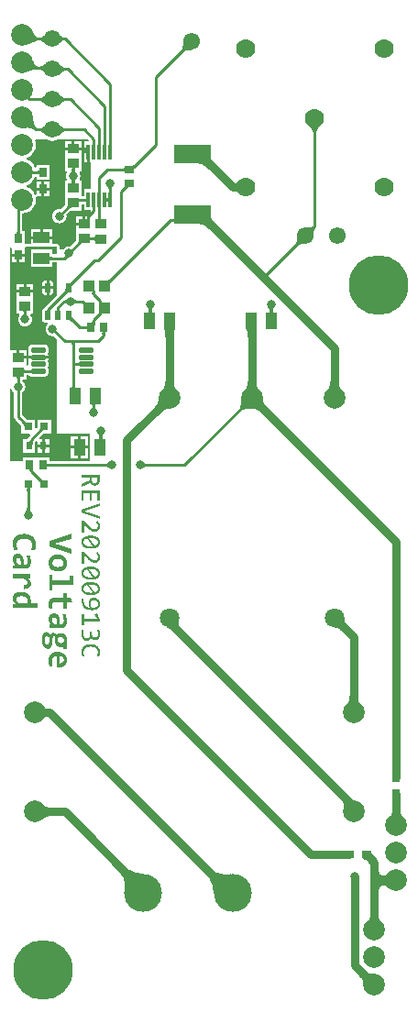
<source format=gtl>
G04*
G04 #@! TF.GenerationSoftware,Altium Limited,Altium Designer,20.0.14 (345)*
G04*
G04 Layer_Physical_Order=1*
G04 Layer_Color=255*
%FSLAX25Y25*%
%MOIN*%
G70*
G01*
G75*
%ADD18R,0.02756X0.03347*%
%ADD19R,0.05906X0.04331*%
%ADD20R,0.03347X0.02756*%
%ADD21R,0.04331X0.05906*%
%ADD22R,0.03347X0.02756*%
%ADD23R,0.02756X0.03347*%
%ADD24R,0.04134X0.03740*%
%ADD25R,0.03937X0.03543*%
%ADD26R,0.03150X0.03543*%
%ADD27R,0.03937X0.04331*%
G04:AMPARAMS|DCode=28|XSize=21.65mil|YSize=31.5mil|CornerRadius=1.95mil|HoleSize=0mil|Usage=FLASHONLY|Rotation=180.000|XOffset=0mil|YOffset=0mil|HoleType=Round|Shape=RoundedRectangle|*
%AMROUNDEDRECTD28*
21,1,0.02165,0.02760,0,0,180.0*
21,1,0.01776,0.03150,0,0,180.0*
1,1,0.00390,-0.00888,0.01380*
1,1,0.00390,0.00888,0.01380*
1,1,0.00390,0.00888,-0.01380*
1,1,0.00390,-0.00888,-0.01380*
%
%ADD28ROUNDEDRECTD28*%
%ADD29R,0.01181X0.05709*%
G04:AMPARAMS|DCode=30|XSize=17.72mil|YSize=53.15mil|CornerRadius=1.95mil|HoleSize=0mil|Usage=FLASHONLY|Rotation=90.000|XOffset=0mil|YOffset=0mil|HoleType=Round|Shape=RoundedRectangle|*
%AMROUNDEDRECTD30*
21,1,0.01772,0.04925,0,0,90.0*
21,1,0.01382,0.05315,0,0,90.0*
1,1,0.00390,0.02463,0.00691*
1,1,0.00390,0.02463,-0.00691*
1,1,0.00390,-0.02463,-0.00691*
1,1,0.00390,-0.02463,0.00691*
%
%ADD30ROUNDEDRECTD30*%
%ADD31R,0.13386X0.07087*%
%ADD32R,0.02362X0.03150*%
%ADD33R,0.03150X0.03150*%
%ADD56C,0.00900*%
%ADD57C,0.03000*%
%ADD58C,0.07874*%
%ADD59C,0.13780*%
%ADD60C,0.07087*%
%ADD61C,0.06102*%
%ADD62C,0.21654*%
%ADD63C,0.07000*%
%ADD64C,0.03150*%
G36*
X118708Y459955D02*
X118883Y459744D01*
X119063Y459558D01*
X119250Y459397D01*
X119443Y459260D01*
X119642Y459148D01*
X119847Y459062D01*
X120059Y459000D01*
X120276Y458962D01*
X120500Y458950D01*
Y458050D01*
X120276Y458038D01*
X120059Y458000D01*
X119847Y457938D01*
X119642Y457852D01*
X119443Y457740D01*
X119250Y457604D01*
X119063Y457442D01*
X118883Y457256D01*
X118708Y457045D01*
X118540Y456810D01*
Y460190D01*
X118708Y459955D01*
D02*
G37*
G36*
X108859Y460997D02*
X109077Y460567D01*
X109305Y460188D01*
X109541Y459860D01*
X109788Y459582D01*
X110043Y459354D01*
X110308Y459177D01*
X110581Y459051D01*
X110864Y458975D01*
X111154Y458950D01*
X111361Y458967D01*
X111584Y459017D01*
X111819Y459102D01*
X112067Y459220D01*
X112327Y459372D01*
X112601Y459557D01*
X112887Y459776D01*
X113497Y460316D01*
X113821Y460636D01*
Y456364D01*
X113497Y456684D01*
X112887Y457224D01*
X112601Y457443D01*
X112327Y457628D01*
X112067Y457780D01*
X111819Y457898D01*
X111584Y457983D01*
X111361Y458033D01*
X111152Y458050D01*
Y458938D01*
X110782Y458050D01*
X110680Y458033D01*
X110506Y457983D01*
X109945Y457783D01*
X106550Y456381D01*
X108650Y461477D01*
X108859Y460997D01*
D02*
G37*
G36*
X166470Y454449D02*
X166014Y454446D01*
X165201Y454396D01*
X164844Y454349D01*
X164519Y454287D01*
X164228Y454210D01*
X163969Y454118D01*
X163743Y454011D01*
X163550Y453890D01*
X163390Y453753D01*
X162753Y454390D01*
X162890Y454550D01*
X163011Y454743D01*
X163118Y454969D01*
X163210Y455228D01*
X163287Y455519D01*
X163349Y455844D01*
X163396Y456201D01*
X163446Y457014D01*
X163449Y457470D01*
X166470Y454449D01*
D02*
G37*
G36*
X108955Y450471D02*
X109106Y450047D01*
X109275Y449673D01*
X109464Y449348D01*
X109670Y449074D01*
X109896Y448849D01*
X110139Y448675D01*
X110401Y448550D01*
X110682Y448475D01*
X110981Y448450D01*
X110444Y447550D01*
X110365Y447537D01*
X110210Y447498D01*
X106974Y446498D01*
X106205Y446252D01*
X108822Y450946D01*
X108955Y450471D01*
D02*
G37*
G36*
X113500Y445750D02*
X113250Y446092D01*
X112757Y446668D01*
X112514Y446902D01*
X112275Y447100D01*
X112038Y447262D01*
X111804Y447388D01*
X111573Y447478D01*
X111344Y447532D01*
X111118Y447550D01*
X111270Y448450D01*
X111453Y448465D01*
X111661Y448511D01*
X111894Y448586D01*
X112150Y448692D01*
X112431Y448829D01*
X113066Y449192D01*
X113798Y449676D01*
X114200Y449964D01*
X113500Y445750D01*
D02*
G37*
G36*
X118503Y449316D02*
X119113Y448776D01*
X119399Y448557D01*
X119673Y448372D01*
X119933Y448220D01*
X120181Y448102D01*
X120416Y448017D01*
X120639Y447967D01*
X120849Y447950D01*
Y447050D01*
X120639Y447033D01*
X120416Y446983D01*
X120181Y446898D01*
X119933Y446780D01*
X119673Y446629D01*
X119399Y446443D01*
X119113Y446224D01*
X118503Y445684D01*
X118179Y445364D01*
Y449636D01*
X118503Y449316D01*
D02*
G37*
G36*
Y438315D02*
X119113Y437776D01*
X119399Y437557D01*
X119673Y437371D01*
X119933Y437220D01*
X120181Y437102D01*
X120416Y437017D01*
X120639Y436967D01*
X120849Y436950D01*
Y436050D01*
X120639Y436033D01*
X120416Y435983D01*
X120181Y435898D01*
X119933Y435780D01*
X119673Y435629D01*
X119399Y435443D01*
X119113Y435224D01*
X118503Y434685D01*
X118179Y434364D01*
Y438636D01*
X118503Y438315D01*
D02*
G37*
G36*
X113821Y434364D02*
X113497Y434685D01*
X112887Y435224D01*
X112601Y435443D01*
X112327Y435629D01*
X112067Y435780D01*
X111819Y435898D01*
X111584Y435983D01*
X111361Y436033D01*
X111152Y436050D01*
Y436950D01*
X111361Y436967D01*
X111584Y437017D01*
X111819Y437102D01*
X112067Y437220D01*
X112327Y437371D01*
X112601Y437557D01*
X112887Y437776D01*
X113497Y438315D01*
X113821Y438636D01*
Y434364D01*
D02*
G37*
G36*
X108982Y429651D02*
X109213Y428020D01*
X109311Y427580D01*
X109419Y427192D01*
X109537Y426856D01*
X109666Y426572D01*
X109805Y426339D01*
X109955Y426159D01*
X109373Y425467D01*
X109169Y425637D01*
X108922Y425783D01*
X108631Y425905D01*
X108297Y426002D01*
X107919Y426076D01*
X107498Y426125D01*
X107033Y426150D01*
X105972Y426128D01*
X105377Y426081D01*
X108926Y430298D01*
X108982Y429651D01*
D02*
G37*
G36*
X213370Y426917D02*
X212470Y425868D01*
X212250Y425552D01*
X212070Y425254D01*
X211930Y424972D01*
X211830Y424707D01*
X211770Y424460D01*
X211750Y424229D01*
X210850D01*
X210830Y424460D01*
X210770Y424707D01*
X210670Y424972D01*
X210530Y425254D01*
X210350Y425552D01*
X210130Y425868D01*
X209870Y426201D01*
X209230Y426917D01*
X208850Y427301D01*
X213750D01*
X213370Y426917D01*
D02*
G37*
G36*
X118503Y427316D02*
X119113Y426776D01*
X119399Y426557D01*
X119673Y426371D01*
X119933Y426220D01*
X120181Y426102D01*
X120416Y426017D01*
X120639Y425967D01*
X120849Y425950D01*
Y425050D01*
X120639Y425033D01*
X120416Y424983D01*
X120181Y424898D01*
X119933Y424780D01*
X119673Y424628D01*
X119399Y424443D01*
X119113Y424224D01*
X118503Y423685D01*
X118179Y423364D01*
Y427636D01*
X118503Y427316D01*
D02*
G37*
G36*
X113821Y423364D02*
X113497Y423685D01*
X112887Y424224D01*
X112601Y424443D01*
X112327Y424628D01*
X112067Y424780D01*
X111819Y424898D01*
X111584Y424983D01*
X111361Y425033D01*
X111152Y425050D01*
Y425950D01*
X111361Y425967D01*
X111584Y426017D01*
X111819Y426102D01*
X112067Y426220D01*
X112327Y426371D01*
X112601Y426557D01*
X112887Y426776D01*
X113497Y427316D01*
X113821Y427636D01*
Y423364D01*
D02*
G37*
G36*
X129210Y421625D02*
X129025Y421177D01*
X127409D01*
Y417823D01*
X128356D01*
X128351Y417830D01*
X128287Y417888D01*
X128205Y417938D01*
X128105Y417978D01*
X127987Y418010D01*
X127850Y418032D01*
X127695Y418046D01*
X127522Y418050D01*
Y418950D01*
X127695Y418955D01*
X127850Y418968D01*
X127987Y418991D01*
X128105Y419022D01*
X128205Y419063D01*
X128287Y419112D01*
X128351Y419171D01*
X128397Y419238D01*
X128424Y419314D01*
X128433Y419400D01*
Y417823D01*
X129000D01*
Y417323D01*
X129378D01*
Y413469D01*
X130000D01*
Y403854D01*
X127409D01*
Y401338D01*
X126469D01*
Y406929D01*
X125968D01*
X125931Y407005D01*
X125773Y407429D01*
X126008Y407999D01*
X126097Y408671D01*
X126008Y409343D01*
X125773Y409913D01*
X125931Y410338D01*
X125968Y410413D01*
X126469D01*
Y415728D01*
Y418000D01*
X125856D01*
X125773Y417978D01*
X125672Y417938D01*
X125590Y417888D01*
X125527Y417830D01*
X125481Y417762D01*
X125454Y417686D01*
X125444Y417600D01*
Y418000D01*
X123500D01*
X120531D01*
Y415728D01*
Y410413D01*
X121032D01*
X121069Y410338D01*
X121228Y409913D01*
X120992Y409343D01*
X120903Y408671D01*
X120992Y407999D01*
X121228Y407429D01*
X121069Y407005D01*
X121032Y406929D01*
X120531D01*
Y401386D01*
Y398190D01*
X120371Y398002D01*
X118947Y396578D01*
X118500Y396636D01*
X117828Y396548D01*
X117201Y396288D01*
X116664Y395876D01*
X116251Y395338D01*
X115991Y394711D01*
X115903Y394039D01*
X115991Y393367D01*
X116251Y392741D01*
X116664Y392203D01*
X117201Y391790D01*
X117828Y391531D01*
X118500Y391442D01*
X119172Y391531D01*
X119799Y391790D01*
X120336Y392203D01*
X120749Y392741D01*
X121009Y393367D01*
X121097Y394039D01*
X121038Y394487D01*
X122430Y395879D01*
X122570Y396008D01*
X122647Y396071D01*
X126469D01*
Y398381D01*
X127409D01*
Y396146D01*
X130000D01*
Y393929D01*
X128000D01*
Y391158D01*
X127500D01*
Y390657D01*
X124531D01*
Y388386D01*
Y385394D01*
X124524Y385356D01*
X124531Y385317D01*
Y385191D01*
X124368Y384998D01*
X122413Y383043D01*
X122000Y383097D01*
X121328Y383009D01*
X120702Y382749D01*
X120164Y382336D01*
X119905Y382000D01*
X118520D01*
Y383000D01*
X118442Y383390D01*
X118221Y383721D01*
X117890Y383942D01*
X117500Y384020D01*
X115953D01*
Y385700D01*
X112000D01*
X108047D01*
Y384020D01*
X106173D01*
X105907Y384396D01*
X105878Y384481D01*
Y388724D01*
X104978D01*
Y395002D01*
X105000Y395020D01*
X106289Y395190D01*
X107490Y395688D01*
X108521Y396479D01*
X109312Y397510D01*
X109810Y398711D01*
X109980Y400000D01*
X109863Y400883D01*
X110316Y401276D01*
X112000D01*
Y403449D01*
X110122D01*
Y401842D01*
X109622Y401742D01*
X109312Y402490D01*
X108521Y403521D01*
X107490Y404313D01*
X106483Y404729D01*
Y405271D01*
X107490Y405688D01*
X108521Y406479D01*
X109312Y407510D01*
X109622Y408258D01*
X110122Y408158D01*
Y407378D01*
X114878D01*
Y412724D01*
X110122D01*
Y411842D01*
X109622Y411742D01*
X109312Y412490D01*
X108521Y413521D01*
X107490Y414313D01*
X106483Y414729D01*
Y415271D01*
X107490Y415688D01*
X108521Y416479D01*
X109312Y417510D01*
X109810Y418711D01*
X109980Y420000D01*
X109810Y421289D01*
X109688Y421584D01*
X109965Y422000D01*
X113907D01*
X113957Y421961D01*
X114942Y421553D01*
X116000Y421414D01*
X117058Y421553D01*
X118043Y421961D01*
X118094Y422000D01*
X128902D01*
X129210Y421625D01*
D02*
G37*
G36*
X146616Y412479D02*
X146383Y412241D01*
X145867Y411631D01*
X145755Y411463D01*
X145674Y411312D01*
X145622Y411180D01*
X145601Y411065D01*
X145610Y410968D01*
X145649Y410888D01*
X144554Y412315D01*
X144615Y412257D01*
X144692Y412227D01*
X144782Y412225D01*
X144888Y412249D01*
X145008Y412300D01*
X145142Y412379D01*
X145291Y412484D01*
X145455Y412617D01*
X145827Y412963D01*
X146616Y412479D01*
D02*
G37*
G36*
X173481Y416359D02*
X173372Y416107D01*
X173356Y415805D01*
X173430Y415455D01*
X173597Y415055D01*
X173855Y414606D01*
X174204Y414108D01*
X174645Y413561D01*
X175802Y412319D01*
X173008Y410871D01*
X172423Y411435D01*
X171360Y412328D01*
X170882Y412657D01*
X170440Y412908D01*
X170034Y413081D01*
X169663Y413176D01*
X169328Y413193D01*
X169029Y413132D01*
X168765Y412992D01*
X173681Y416562D01*
X173481Y416359D01*
D02*
G37*
G36*
X143541Y411570D02*
X143517Y411540D01*
X143509Y411513D01*
X143516Y411489D01*
X143538Y411468D01*
X143576Y411451D01*
X143630Y411436D01*
X143699Y411425D01*
X143884Y411412D01*
X144000Y411411D01*
X142295Y410511D01*
X141209Y411411D01*
X141386Y411417D01*
X141558Y411436D01*
X141725Y411468D01*
X141887Y411512D01*
X142043Y411570D01*
X142194Y411640D01*
X142340Y411723D01*
X142480Y411818D01*
X142615Y411926D01*
X142745Y412047D01*
X143541Y411570D01*
D02*
G37*
G36*
X124314Y411428D02*
X124238Y411401D01*
X124170Y411355D01*
X124112Y411292D01*
X124063Y411209D01*
X124022Y411109D01*
X123990Y410990D01*
X123972Y410879D01*
X123976Y410851D01*
X124009Y410716D01*
X124054Y410581D01*
X124113Y410448D01*
X124185Y410316D01*
X124270Y410184D01*
X124367Y410054D01*
X124478Y409924D01*
X124602Y409796D01*
X122398D01*
X122522Y409924D01*
X122633Y410054D01*
X122730Y410184D01*
X122815Y410316D01*
X122887Y410448D01*
X122946Y410581D01*
X122991Y410716D01*
X123024Y410851D01*
X123028Y410879D01*
X123010Y410990D01*
X122978Y411109D01*
X122938Y411209D01*
X122888Y411292D01*
X122829Y411355D01*
X122762Y411401D01*
X122686Y411428D01*
X122600Y411437D01*
X124400D01*
X124314Y411428D01*
D02*
G37*
G36*
X111146Y409100D02*
X111137Y409186D01*
X111110Y409262D01*
X111064Y409330D01*
X111000Y409388D01*
X110918Y409438D01*
X110818Y409478D01*
X110699Y409510D01*
X110562Y409532D01*
X110407Y409546D01*
X110234Y409550D01*
Y410450D01*
X110407Y410455D01*
X110562Y410468D01*
X110699Y410491D01*
X110818Y410522D01*
X110918Y410563D01*
X111000Y410612D01*
X111064Y410671D01*
X111110Y410738D01*
X111137Y410815D01*
X111146Y410900D01*
Y409100D01*
D02*
G37*
G36*
X124478Y407418D02*
X124367Y407289D01*
X124270Y407158D01*
X124185Y407027D01*
X124113Y406894D01*
X124054Y406761D01*
X124009Y406627D01*
X123976Y406491D01*
X123972Y406466D01*
X123990Y406358D01*
X124022Y406241D01*
X124063Y406142D01*
X124112Y406061D01*
X124170Y405998D01*
X124238Y405953D01*
X124314Y405926D01*
X124400Y405917D01*
X122600D01*
X122686Y405926D01*
X122762Y405953D01*
X122829Y405998D01*
X122888Y406061D01*
X122938Y406142D01*
X122978Y406241D01*
X123010Y406358D01*
X123028Y406466D01*
X123024Y406491D01*
X122991Y406627D01*
X122946Y406761D01*
X122887Y406894D01*
X122815Y407027D01*
X122730Y407158D01*
X122633Y407289D01*
X122522Y407418D01*
X122398Y407547D01*
X124602D01*
X124478Y407418D01*
D02*
G37*
G36*
X143907Y404685D02*
X143822Y404719D01*
X143720Y404723D01*
X143602Y404699D01*
X143467Y404645D01*
X143316Y404563D01*
X143149Y404452D01*
X142965Y404312D01*
X142549Y403945D01*
X142316Y403719D01*
X141702Y404378D01*
X141895Y404577D01*
X142195Y404927D01*
X142302Y405078D01*
X142381Y405213D01*
X142432Y405333D01*
X142454Y405436D01*
X142448Y405523D01*
X142414Y405595D01*
X142351Y405651D01*
X143907Y404685D01*
D02*
G37*
G36*
X137852Y404747D02*
X137741Y404618D01*
X137644Y404487D01*
X137559Y404356D01*
X137487Y404223D01*
X137428Y404090D01*
X137383Y403955D01*
X137350Y403820D01*
X137330Y403684D01*
X137325Y403573D01*
X137325Y403571D01*
X137356Y403067D01*
X137370Y402986D01*
X137387Y402923D01*
X137406Y402878D01*
X137428Y402851D01*
X137453Y402842D01*
X136295D01*
X136320Y402851D01*
X136342Y402878D01*
X136361Y402923D01*
X136378Y402986D01*
X136392Y403067D01*
X136403Y403166D01*
X136419Y403418D01*
X136422Y403595D01*
X136417Y403684D01*
X136398Y403820D01*
X136365Y403955D01*
X136320Y404090D01*
X136261Y404223D01*
X136189Y404356D01*
X136104Y404487D01*
X136006Y404618D01*
X135896Y404747D01*
X135772Y404875D01*
X137976D01*
X137852Y404747D01*
D02*
G37*
G36*
X136308Y400452D02*
X136384Y400450D01*
Y399550D01*
X136308Y399548D01*
Y399100D01*
X136298Y399185D01*
X136271Y399262D01*
X136225Y399329D01*
X136162Y399388D01*
X136080Y399437D01*
X135979Y399478D01*
X135890Y399502D01*
X135800Y399478D01*
X135700Y399437D01*
X135618Y399388D01*
X135554Y399329D01*
X135509Y399262D01*
X135481Y399185D01*
X135472Y399100D01*
Y399548D01*
X135396Y399550D01*
Y400450D01*
X135472Y400452D01*
Y400900D01*
X135481Y400814D01*
X135509Y400738D01*
X135554Y400670D01*
X135618Y400612D01*
X135700Y400562D01*
X135800Y400522D01*
X135890Y400498D01*
X135979Y400522D01*
X136080Y400562D01*
X136162Y400612D01*
X136225Y400670D01*
X136271Y400738D01*
X136298Y400814D01*
X136308Y400900D01*
Y400452D01*
D02*
G37*
G36*
X128433Y398959D02*
X128424Y399045D01*
X128397Y399121D01*
X128351Y399189D01*
X128287Y399247D01*
X128205Y399297D01*
X128105Y399337D01*
X127987Y399369D01*
X127850Y399391D01*
X127695Y399405D01*
X127522Y399410D01*
Y400310D01*
X127695Y400314D01*
X127850Y400327D01*
X127987Y400350D01*
X128105Y400381D01*
X128205Y400422D01*
X128287Y400471D01*
X128351Y400530D01*
X128397Y400597D01*
X128424Y400674D01*
X128433Y400760D01*
Y398959D01*
D02*
G37*
G36*
X125466Y400547D02*
X125493Y400497D01*
X125538Y400453D01*
X125601Y400415D01*
X125681Y400383D01*
X125780Y400356D01*
X125898Y400336D01*
X126032Y400321D01*
X126356Y400310D01*
Y399410D01*
X126184Y399405D01*
X126029Y399391D01*
X125893Y399369D01*
X125774Y399337D01*
X125674Y399297D01*
X125592Y399247D01*
X125528Y399189D01*
X125482Y399121D01*
X125454Y399045D01*
X125444Y398959D01*
X125457Y400602D01*
X125466Y400547D01*
D02*
G37*
G36*
X122816Y397095D02*
X122747Y397145D01*
X122666Y397169D01*
X122571Y397168D01*
X122463Y397141D01*
X122342Y397089D01*
X122208Y397011D01*
X122062Y396908D01*
X121902Y396780D01*
X121544Y396446D01*
X120907Y397083D01*
X121087Y397269D01*
X121369Y397601D01*
X121472Y397748D01*
X121549Y397881D01*
X121602Y398002D01*
X121628Y398110D01*
X121630Y398205D01*
X121605Y398287D01*
X121555Y398356D01*
X122816Y397095D01*
D02*
G37*
G36*
X169107Y393289D02*
X168914Y393429D01*
X168717Y393554D01*
X168516Y393665D01*
X168311Y393761D01*
X168103Y393842D01*
X167890Y393908D01*
X167673Y393960D01*
X167453Y393997D01*
X167228Y394019D01*
X167000Y394026D01*
Y394926D01*
X167228Y394934D01*
X167453Y394956D01*
X167673Y394993D01*
X167890Y395044D01*
X168103Y395111D01*
X168311Y395192D01*
X168516Y395288D01*
X168717Y395398D01*
X168914Y395524D01*
X169107Y395664D01*
Y393289D01*
D02*
G37*
G36*
X133391Y393941D02*
X133405Y393788D01*
X133428Y393653D01*
X133459Y393536D01*
X133500Y393437D01*
X133549Y393356D01*
X133607Y393293D01*
X133675Y393248D01*
X133751Y393221D01*
X133837Y393212D01*
X132037D01*
X132123Y393221D01*
X132199Y393248D01*
X132266Y393293D01*
X132325Y393356D01*
X132375Y393437D01*
X132415Y393536D01*
X132447Y393653D01*
X132469Y393788D01*
X132483Y393941D01*
X132487Y394112D01*
X133387D01*
X133391Y393941D01*
D02*
G37*
G36*
X129456Y392917D02*
X128100Y392905D01*
X128185Y392915D01*
X128262Y392943D01*
X128330Y392989D01*
X128388Y393053D01*
X128437Y393135D01*
X128478Y393235D01*
X128509Y393354D01*
X128532Y393490D01*
X128545Y393645D01*
X128550Y393817D01*
X129450D01*
X129456Y392917D01*
D02*
G37*
G36*
X160331Y391600D02*
X160322Y391686D01*
X160295Y391762D01*
X160249Y391829D01*
X160185Y391888D01*
X160103Y391937D01*
X160003Y391978D01*
X159884Y392009D01*
X159747Y392032D01*
X159592Y392045D01*
X159419Y392050D01*
Y392950D01*
X159592Y392954D01*
X159747Y392968D01*
X159884Y392990D01*
X160003Y393022D01*
X160103Y393062D01*
X160185Y393112D01*
X160249Y393170D01*
X160295Y393238D01*
X160322Y393315D01*
X160331Y393400D01*
Y391600D01*
D02*
G37*
G36*
X211618Y389982D02*
X211467Y389810D01*
X211337Y389619D01*
X211227Y389407D01*
X211137Y389176D01*
X211068Y388924D01*
X211019Y388652D01*
X210991Y388360D01*
X210983Y388048D01*
X210996Y387716D01*
X211029Y387364D01*
X208364Y390029D01*
X208716Y389996D01*
X209048Y389983D01*
X209360Y389991D01*
X209652Y390019D01*
X209924Y390068D01*
X210176Y390137D01*
X210407Y390227D01*
X210619Y390337D01*
X210810Y390467D01*
X210982Y390618D01*
X211618Y389982D01*
D02*
G37*
G36*
X173505Y394834D02*
X173416Y394563D01*
X173413Y394248D01*
X173496Y393889D01*
X173665Y393486D01*
X173920Y393040D01*
X174262Y392551D01*
X174689Y392017D01*
X175802Y390819D01*
X173555Y388824D01*
X172945Y389412D01*
X171850Y390338D01*
X171364Y390675D01*
X170919Y390929D01*
X170515Y391100D01*
X170153Y391186D01*
X169832Y391190D01*
X169551Y391109D01*
X169312Y390945D01*
X173681Y395062D01*
X173505Y394834D01*
D02*
G37*
G36*
X103955Y388441D02*
X103968Y388288D01*
X103990Y388153D01*
X104022Y388036D01*
X104062Y387937D01*
X104112Y387856D01*
X104171Y387793D01*
X104238Y387748D01*
X104314Y387721D01*
X104400Y387712D01*
X102600D01*
X102685Y387721D01*
X102762Y387748D01*
X102830Y387793D01*
X102888Y387856D01*
X102937Y387937D01*
X102978Y388036D01*
X103009Y388153D01*
X103032Y388288D01*
X103045Y388441D01*
X103050Y388612D01*
X103950D01*
X103955Y388441D01*
D02*
G37*
G36*
X131457Y384943D02*
X131448Y385028D01*
X131421Y385104D01*
X131375Y385172D01*
X131311Y385230D01*
X131229Y385280D01*
X131129Y385320D01*
X131010Y385352D01*
X130873Y385374D01*
X130718Y385388D01*
X130545Y385392D01*
Y386293D01*
X130718Y386297D01*
X130873Y386311D01*
X131010Y386333D01*
X131129Y386365D01*
X131229Y386405D01*
X131311Y386455D01*
X131375Y386513D01*
X131421Y386580D01*
X131448Y386657D01*
X131457Y386742D01*
Y384943D01*
D02*
G37*
G36*
X129454Y386657D02*
X129481Y386580D01*
X129527Y386513D01*
X129590Y386455D01*
X129673Y386405D01*
X129773Y386365D01*
X129891Y386333D01*
X130028Y386311D01*
X130183Y386297D01*
X130357Y386293D01*
Y385392D01*
X130183Y385388D01*
X130028Y385374D01*
X129891Y385352D01*
X129773Y385320D01*
X129673Y385280D01*
X129590Y385230D01*
X129527Y385172D01*
X129481Y385104D01*
X129454Y385028D01*
X129445Y384943D01*
Y386742D01*
X129454Y386657D01*
D02*
G37*
G36*
X126816Y384083D02*
X126746Y384134D01*
X126664Y384159D01*
X126568D01*
X126460Y384134D01*
X126339Y384083D01*
X126205Y384007D01*
X126059Y383905D01*
X125900Y383777D01*
X125543Y383447D01*
X124907Y384083D01*
X125085Y384267D01*
X125365Y384598D01*
X125467Y384745D01*
X125543Y384878D01*
X125594Y384999D01*
X125620Y385107D01*
Y385203D01*
X125594Y385286D01*
X125543Y385356D01*
X126816Y384083D01*
D02*
G37*
G36*
X207969Y383949D02*
X207514Y383946D01*
X206701Y383896D01*
X206344Y383849D01*
X206019Y383787D01*
X205728Y383710D01*
X205469Y383618D01*
X205243Y383511D01*
X205050Y383390D01*
X204890Y383253D01*
X204253Y383890D01*
X204390Y384050D01*
X204511Y384243D01*
X204618Y384469D01*
X204710Y384728D01*
X204787Y385019D01*
X204849Y385344D01*
X204896Y385701D01*
X204946Y386514D01*
X204949Y386969D01*
X207969Y383949D01*
D02*
G37*
G36*
X117500Y383000D02*
X117500Y380278D01*
X115953D01*
Y381965D01*
X108047D01*
Y375635D01*
X115953D01*
Y377322D01*
X117500D01*
X117500Y370500D01*
Y365378D01*
X113215Y361093D01*
X112894Y360613D01*
X112863Y360457D01*
X112511Y360222D01*
X112247Y359826D01*
X112154Y359360D01*
Y356600D01*
X112247Y356134D01*
X112511Y355739D01*
X112906Y355475D01*
X113372Y355382D01*
X114053D01*
X114223Y354882D01*
X114164Y354836D01*
X113751Y354298D01*
X113491Y353672D01*
X113403Y353000D01*
X113491Y352328D01*
X113751Y351701D01*
X114164Y351164D01*
X114701Y350751D01*
X115328Y350491D01*
X116000Y350403D01*
X116447Y350462D01*
X117500Y349409D01*
X117500Y315000D01*
X129500Y315000D01*
X129500Y305000D01*
X114839Y305000D01*
Y306173D01*
X110083D01*
Y306173D01*
X109917D01*
Y306173D01*
X105161D01*
Y305000D01*
X100500D01*
Y331255D01*
X100991Y331328D01*
X101251Y330701D01*
X101664Y330164D01*
X102022Y329889D01*
Y321047D01*
X102134Y320481D01*
X102455Y320002D01*
X104276Y318181D01*
X104406Y318040D01*
X104472Y317957D01*
Y317828D01*
X104465Y317790D01*
X104472Y317752D01*
Y314925D01*
X107634D01*
X107825Y314463D01*
X107127Y313765D01*
X106806Y313285D01*
X106764Y313075D01*
X105260D01*
Y307925D01*
X109622D01*
Y311088D01*
X109651Y311231D01*
Y311985D01*
X109878Y312163D01*
X110378Y311923D01*
Y311000D01*
X112059D01*
Y313075D01*
X111272D01*
X111080Y313537D01*
X112277Y314733D01*
X112416Y314863D01*
X112494Y314925D01*
X115528D01*
Y320075D01*
X110378D01*
Y317081D01*
X110091Y316838D01*
X109622Y317040D01*
Y320075D01*
X106795D01*
X106757Y320082D01*
X106719Y320075D01*
X106593D01*
X106400Y320238D01*
X104978Y321660D01*
Y329889D01*
X105336Y330164D01*
X105749Y330701D01*
X106009Y331328D01*
X106097Y332000D01*
X106009Y332672D01*
X105749Y333298D01*
X105336Y333836D01*
X105031Y334071D01*
X105047Y334571D01*
X106468D01*
Y336183D01*
X107367D01*
X107416Y336109D01*
X107811Y335845D01*
X108278Y335752D01*
X113203D01*
X113669Y335845D01*
X114064Y336109D01*
X114328Y336504D01*
X114421Y336970D01*
Y338352D01*
X114328Y338819D01*
X114247Y338941D01*
X114328Y339063D01*
X114421Y339529D01*
Y340911D01*
X114328Y341378D01*
X114247Y341500D01*
X114328Y341622D01*
X114421Y342089D01*
Y342280D01*
X110740D01*
X107059D01*
Y342089D01*
X107152Y341622D01*
X107234Y341500D01*
X107152Y341378D01*
X107059Y340911D01*
Y339914D01*
X106559Y339561D01*
X106468Y339594D01*
Y342158D01*
X103500D01*
Y342657D01*
X103000D01*
Y345429D01*
X100531Y345429D01*
X100500Y345916D01*
Y382607D01*
X100635Y382653D01*
X100761Y382613D01*
X101122Y382292D01*
Y380449D01*
X103500D01*
X105878D01*
Y382500D01*
X106173Y383000D01*
X117500Y383000D01*
D02*
G37*
G36*
X114938Y379614D02*
X114965Y379538D01*
X115011Y379470D01*
X115075Y379412D01*
X115157Y379363D01*
X115257Y379322D01*
X115376Y379291D01*
X115512Y379268D01*
X115667Y379255D01*
X115841Y379250D01*
Y378350D01*
X115667Y378345D01*
X115512Y378332D01*
X115376Y378309D01*
X115257Y378278D01*
X115157Y378238D01*
X115075Y378188D01*
X115011Y378130D01*
X114965Y378062D01*
X114938Y377986D01*
X114929Y377900D01*
Y379700D01*
X114938Y379614D01*
D02*
G37*
G36*
X137667Y370775D02*
X137436Y370537D01*
X136922Y369930D01*
X136810Y369762D01*
X136729Y369612D01*
X136677Y369479D01*
X136655Y369363D01*
X136663Y369265D01*
X136700Y369184D01*
X135636Y370641D01*
X135697Y370583D01*
X135772Y370552D01*
X135862Y370548D01*
X135967Y370572D01*
X136086Y370623D01*
X136221Y370702D01*
X136371Y370808D01*
X136535Y370941D01*
X136909Y371290D01*
X137667Y370775D01*
D02*
G37*
G36*
X123462Y369598D02*
X123283Y369412D01*
X123001Y369080D01*
X122898Y368933D01*
X122820Y368799D01*
X122768Y368678D01*
X122741Y368570D01*
X122740Y368476D01*
X122764Y368394D01*
X122814Y368325D01*
X121553Y369586D01*
X121622Y369536D01*
X121704Y369512D01*
X121799Y369513D01*
X121907Y369539D01*
X122027Y369592D01*
X122161Y369669D01*
X122308Y369772D01*
X122468Y369901D01*
X122826Y370234D01*
X123462Y369598D01*
D02*
G37*
G36*
X121927Y366442D02*
X121857Y366493D01*
X121774Y366518D01*
X121679D01*
X121571Y366493D01*
X121450Y366442D01*
X121316Y366365D01*
X121170Y366264D01*
X121011Y366136D01*
X120654Y365805D01*
X120018Y366442D01*
X120196Y366626D01*
X120476Y366957D01*
X120578Y367104D01*
X120654Y367237D01*
X120705Y367358D01*
X120731Y367466D01*
Y367562D01*
X120705Y367645D01*
X120654Y367715D01*
X121927Y366442D01*
D02*
G37*
G36*
X131201Y366347D02*
X131203Y366341D01*
X131205Y366322D01*
X131208Y366249D01*
X131213Y365737D01*
X130313D01*
X130311Y365855D01*
X130287Y366134D01*
X130273Y366202D01*
X130255Y366258D01*
X130235Y366302D01*
X130211Y366333D01*
X130184Y366352D01*
X130153Y366359D01*
X131201Y366347D01*
D02*
G37*
G36*
X133689Y363145D02*
X133713Y362866D01*
X133727Y362798D01*
X133745Y362742D01*
X133765Y362698D01*
X133789Y362667D01*
X133816Y362648D01*
X133847Y362641D01*
X132799Y362653D01*
X132797Y362659D01*
X132795Y362678D01*
X132792Y362751D01*
X132787Y363263D01*
X133687D01*
X133689Y363145D01*
D02*
G37*
G36*
X121258Y362031D02*
X121174Y362130D01*
X121082Y362218D01*
X120984Y362296D01*
X120878Y362363D01*
X120765Y362420D01*
X120645Y362467D01*
X120518Y362503D01*
X120384Y362529D01*
X120243Y362545D01*
X120095Y362550D01*
Y363450D01*
X120243Y363455D01*
X120384Y363471D01*
X120518Y363497D01*
X120645Y363533D01*
X120765Y363580D01*
X120878Y363637D01*
X120984Y363704D01*
X121082Y363782D01*
X121174Y363870D01*
X121258Y363969D01*
Y362031D01*
D02*
G37*
G36*
X123753Y363978D02*
X123882Y363867D01*
X124013Y363770D01*
X124144Y363685D01*
X124277Y363613D01*
X124410Y363554D01*
X124545Y363509D01*
X124680Y363476D01*
X124817Y363457D01*
X124954Y363450D01*
Y362550D01*
X124817Y362544D01*
X124680Y362524D01*
X124545Y362491D01*
X124410Y362446D01*
X124277Y362387D01*
X124144Y362315D01*
X124013Y362230D01*
X123882Y362133D01*
X123753Y362022D01*
X123625Y361898D01*
Y364102D01*
X123753Y363978D01*
D02*
G37*
G36*
X127265Y363120D02*
X127700Y362750D01*
X127816Y362674D01*
X127918Y362621D01*
X128005Y362591D01*
X128077Y362584D01*
X128135Y362601D01*
X128178Y362641D01*
X127300Y361369D01*
X127323Y361429D01*
X127322Y361505D01*
X127296Y361597D01*
X127246Y361704D01*
X127171Y361827D01*
X127071Y361966D01*
X126947Y362122D01*
X126624Y362479D01*
X126426Y362682D01*
X127091Y363290D01*
X127265Y363120D01*
D02*
G37*
G36*
X114710Y359952D02*
X114735Y359566D01*
X114742Y359551D01*
X114749Y359546D01*
X113771D01*
X113778Y359551D01*
X113785Y359566D01*
X113791Y359591D01*
X113796Y359626D01*
X113804Y359727D01*
X113810Y360047D01*
X114710D01*
X114710Y359952D01*
D02*
G37*
G36*
X118454Y360284D02*
X118468Y360128D01*
X118490Y359991D01*
X118521Y359872D01*
X118561Y359771D01*
X118610Y359689D01*
X118668Y359625D01*
X118735Y359579D01*
X118811Y359551D01*
X118895Y359542D01*
X117105D01*
X117189Y359551D01*
X117265Y359579D01*
X117332Y359625D01*
X117390Y359689D01*
X117439Y359771D01*
X117479Y359872D01*
X117510Y359991D01*
X117532Y360128D01*
X117546Y360284D01*
X117550Y360458D01*
X118450D01*
X118454Y360284D01*
D02*
G37*
G36*
X196568Y360843D02*
X196442Y360719D01*
X196329Y360594D01*
X196229Y360467D01*
X196142Y360338D01*
X196069Y360208D01*
X196009Y360076D01*
X195963Y359943D01*
X195929Y359808D01*
X195909Y359671D01*
X195908Y359653D01*
X195921Y359512D01*
X195943Y359376D01*
X195975Y359257D01*
X196015Y359157D01*
X196065Y359075D01*
X196123Y359011D01*
X196191Y358965D01*
X196267Y358938D01*
X196353Y358929D01*
X194553D01*
X194638Y358938D01*
X194715Y358965D01*
X194782Y359011D01*
X194841Y359075D01*
X194890Y359157D01*
X194931Y359257D01*
X194962Y359376D01*
X194985Y359512D01*
X194998Y359664D01*
X194996Y359697D01*
X194977Y359834D01*
X194945Y359969D01*
X194901Y360105D01*
X194843Y360240D01*
X194773Y360374D01*
X194690Y360509D01*
X194594Y360642D01*
X194486Y360776D01*
X194364Y360909D01*
X196568Y360843D01*
D02*
G37*
G36*
X152478Y360747D02*
X152367Y360618D01*
X152270Y360487D01*
X152185Y360356D01*
X152113Y360223D01*
X152054Y360090D01*
X152009Y359955D01*
X151976Y359820D01*
X151956Y359683D01*
X151955Y359658D01*
X151968Y359512D01*
X151990Y359376D01*
X152022Y359257D01*
X152062Y359157D01*
X152112Y359075D01*
X152171Y359011D01*
X152238Y358965D01*
X152314Y358938D01*
X152400Y358929D01*
X150600D01*
X150686Y358938D01*
X150762Y358965D01*
X150830Y359011D01*
X150888Y359075D01*
X150937Y359157D01*
X150978Y359257D01*
X151010Y359376D01*
X151032Y359512D01*
X151045Y359658D01*
X151043Y359683D01*
X151024Y359820D01*
X150991Y359955D01*
X150946Y360090D01*
X150887Y360223D01*
X150815Y360356D01*
X150730Y360487D01*
X150633Y360618D01*
X150522Y360747D01*
X150398Y360875D01*
X152602D01*
X152478Y360747D01*
D02*
G37*
G36*
X122764Y357606D02*
X122740Y357524D01*
X122741Y357430D01*
X122768Y357322D01*
X122820Y357201D01*
X122898Y357067D01*
X123001Y356920D01*
X123129Y356761D01*
X123462Y356402D01*
X122826Y355766D01*
X122640Y355945D01*
X122308Y356228D01*
X122161Y356331D01*
X122027Y356408D01*
X121907Y356461D01*
X121799Y356487D01*
X121704Y356488D01*
X121622Y356464D01*
X121553Y356414D01*
X122814Y357675D01*
X122764Y357606D01*
D02*
G37*
G36*
X131338Y355260D02*
X130000Y355248D01*
X130086Y355258D01*
X130162Y355285D01*
X130230Y355331D01*
X130288Y355396D01*
X130338Y355478D01*
X130378Y355578D01*
X130410Y355696D01*
X130432Y355833D01*
X130446Y355987D01*
X130450Y356160D01*
X131350D01*
X131338Y355260D01*
D02*
G37*
G36*
X128213Y352600D02*
X128204Y352685D01*
X128177Y352762D01*
X128132Y352830D01*
X128069Y352888D01*
X127988Y352938D01*
X127889Y352978D01*
X127772Y353010D01*
X127637Y353032D01*
X127484Y353046D01*
X127313Y353050D01*
Y353950D01*
X127484Y353955D01*
X127637Y353968D01*
X127772Y353991D01*
X127889Y354022D01*
X127988Y354063D01*
X128069Y354112D01*
X128132Y354170D01*
X128177Y354238D01*
X128204Y354314D01*
X128213Y354400D01*
Y352600D01*
D02*
G37*
G36*
X135315Y351743D02*
X135238Y351716D01*
X135170Y351670D01*
X135112Y351606D01*
X135063Y351524D01*
X135022Y351424D01*
X134991Y351306D01*
X134968Y351169D01*
X134955Y351014D01*
X134950Y350840D01*
X134050D01*
X134046Y351014D01*
X134032Y351169D01*
X134010Y351306D01*
X133978Y351424D01*
X133938Y351524D01*
X133888Y351606D01*
X133829Y351670D01*
X133762Y351716D01*
X133686Y351743D01*
X133600Y351752D01*
X135400D01*
X135315Y351743D01*
D02*
G37*
G36*
X190367Y353029D02*
X190290Y352939D01*
X190222Y352789D01*
X190163Y352579D01*
X190113Y352309D01*
X190073Y351979D01*
X190018Y351139D01*
X190000Y350059D01*
X187000D01*
X186992Y350629D01*
X186923Y351589D01*
X186864Y351979D01*
X186787Y352309D01*
X186693Y352579D01*
X186582Y352789D01*
X186454Y352939D01*
X186309Y353029D01*
X186147Y353059D01*
X190453D01*
X190367Y353029D01*
D02*
G37*
G36*
X160691D02*
X160546Y352939D01*
X160418Y352789D01*
X160307Y352579D01*
X160213Y352309D01*
X160136Y351979D01*
X160077Y351589D01*
X160034Y351139D01*
X160000Y350059D01*
X157000D01*
X156995Y350629D01*
X156887Y352309D01*
X156837Y352579D01*
X156778Y352789D01*
X156710Y352939D01*
X156633Y353029D01*
X156547Y353059D01*
X160853D01*
X160691Y353029D01*
D02*
G37*
G36*
X124850Y348050D02*
X124679Y348041D01*
X124526Y348014D01*
X124391Y347969D01*
X124274Y347906D01*
X124175Y347825D01*
X124094Y347726D01*
X124031Y347609D01*
X123986Y347474D01*
X123959Y347321D01*
X123950Y347150D01*
X123050D01*
X123041Y347321D01*
X123014Y347474D01*
X122969Y347609D01*
X122906Y347726D01*
X122825Y347825D01*
X122726Y347906D01*
X122609Y347969D01*
X122474Y348014D01*
X122321Y348041D01*
X122150Y348050D01*
X123500Y348950D01*
X124850Y348050D01*
D02*
G37*
G36*
X105454Y338476D02*
X105481Y338399D01*
X105527Y338332D01*
X105590Y338273D01*
X105673Y338224D01*
X105773Y338183D01*
X105891Y338152D01*
X106028Y338129D01*
X106183Y338116D01*
X106357Y338111D01*
Y337211D01*
X106183Y337207D01*
X106028Y337193D01*
X105891Y337171D01*
X105773Y337139D01*
X105673Y337099D01*
X105590Y337049D01*
X105527Y336991D01*
X105481Y336923D01*
X105454Y336847D01*
X105445Y336761D01*
Y338561D01*
X105454Y338476D01*
D02*
G37*
G36*
X104314Y335586D02*
X104238Y335558D01*
X104171Y335513D01*
X104112Y335449D01*
X104062Y335367D01*
X104022Y335267D01*
X103990Y335148D01*
X103968Y335011D01*
X103955Y334856D01*
X103950Y334683D01*
X103050D01*
X103045Y334856D01*
X103032Y335011D01*
X103009Y335148D01*
X102978Y335267D01*
X102937Y335367D01*
X102888Y335449D01*
X102830Y335513D01*
X102762Y335558D01*
X102685Y335586D01*
X102600Y335595D01*
X104400D01*
X104314Y335586D01*
D02*
G37*
G36*
X123954Y332168D02*
X123968Y332012D01*
X123990Y331876D01*
X124022Y331757D01*
X124063Y331657D01*
X124112Y331575D01*
X124170Y331511D01*
X124238Y331465D01*
X124314Y331438D01*
X124400Y331429D01*
X122600D01*
X122686Y331438D01*
X122762Y331465D01*
X122829Y331511D01*
X122888Y331575D01*
X122938Y331657D01*
X122978Y331757D01*
X123010Y331876D01*
X123032Y332012D01*
X123046Y332168D01*
X123050Y332341D01*
X123950D01*
X123954Y332168D01*
D02*
G37*
G36*
X220013Y333618D02*
X220050Y333248D01*
X220113Y332892D01*
X220201Y332551D01*
X220314Y332225D01*
X220452Y331913D01*
X220615Y331616D01*
X220804Y331333D01*
X221017Y331065D01*
X221256Y330812D01*
X215744D01*
X215983Y331065D01*
X216196Y331333D01*
X216385Y331616D01*
X216548Y331913D01*
X216686Y332225D01*
X216799Y332551D01*
X216887Y332892D01*
X216950Y333248D01*
X216987Y333618D01*
X217000Y334002D01*
X220000D01*
X220013Y333618D01*
D02*
G37*
G36*
X190013D02*
X190050Y333248D01*
X190113Y332892D01*
X190201Y332551D01*
X190314Y332225D01*
X190452Y331913D01*
X190615Y331616D01*
X190804Y331333D01*
X191017Y331065D01*
X191256Y330812D01*
X185744D01*
X185983Y331065D01*
X186196Y331333D01*
X186385Y331616D01*
X186548Y331913D01*
X186686Y332225D01*
X186799Y332551D01*
X186887Y332892D01*
X186950Y333248D01*
X186987Y333618D01*
X187000Y334002D01*
X190000D01*
X190013Y333618D01*
D02*
G37*
G36*
X160013D02*
X160050Y333248D01*
X160113Y332892D01*
X160201Y332551D01*
X160314Y332225D01*
X160452Y331913D01*
X160615Y331616D01*
X160804Y331333D01*
X161017Y331065D01*
X161256Y330812D01*
X155744D01*
X155983Y331065D01*
X156196Y331333D01*
X156385Y331616D01*
X156548Y331913D01*
X156686Y332225D01*
X156799Y332551D01*
X156887Y332892D01*
X156950Y333248D01*
X156987Y333618D01*
X157000Y334002D01*
X160000D01*
X160013Y333618D01*
D02*
G37*
G36*
X188501Y326500D02*
X188317Y326480D01*
X188111Y326422D01*
X187884Y326324D01*
X187635Y326187D01*
X187364Y326012D01*
X187072Y325797D01*
X186884Y325640D01*
X188461Y324063D01*
X187839Y324061D01*
X186258Y323948D01*
X185827Y323875D01*
X185443Y323784D01*
X185106Y323676D01*
X184817Y323550D01*
X184576Y323407D01*
X184382Y323246D01*
X183746Y323882D01*
X183907Y324076D01*
X184050Y324317D01*
X184176Y324606D01*
X184284Y324943D01*
X184375Y325327D01*
X184448Y325758D01*
X184503Y326238D01*
X184561Y327339D01*
X184563Y327961D01*
X186136Y326387D01*
X186297Y326572D01*
X186512Y326864D01*
X186688Y327135D01*
X186824Y327384D01*
X186922Y327611D01*
X186980Y327817D01*
X187000Y328001D01*
X188501Y326500D01*
D02*
G37*
G36*
X131815Y325562D02*
X131738Y325535D01*
X131670Y325489D01*
X131612Y325425D01*
X131562Y325343D01*
X131522Y325243D01*
X131491Y325124D01*
X131468Y324988D01*
X131455Y324842D01*
X131456Y324816D01*
X131476Y324680D01*
X131509Y324545D01*
X131554Y324410D01*
X131613Y324277D01*
X131685Y324144D01*
X131770Y324013D01*
X131868Y323882D01*
X131978Y323753D01*
X132102Y323625D01*
X129898D01*
X130022Y323753D01*
X130132Y323882D01*
X130230Y324013D01*
X130315Y324144D01*
X130387Y324277D01*
X130446Y324410D01*
X130491Y324545D01*
X130524Y324680D01*
X130543Y324816D01*
X130545Y324842D01*
X130532Y324988D01*
X130509Y325124D01*
X130478Y325243D01*
X130438Y325343D01*
X130388Y325425D01*
X130330Y325489D01*
X130262Y325535D01*
X130185Y325562D01*
X130100Y325571D01*
X131900D01*
X131815Y325562D01*
D02*
G37*
G36*
X192447Y327613D02*
X192486Y327272D01*
X192552Y326939D01*
X192647Y326613D01*
X192770Y326295D01*
X192921Y325985D01*
X193100Y325681D01*
X193307Y325386D01*
X193542Y325097D01*
X193805Y324816D01*
X191684Y322695D01*
X191403Y322958D01*
X191114Y323193D01*
X190819Y323400D01*
X190515Y323579D01*
X190205Y323730D01*
X189886Y323853D01*
X189561Y323947D01*
X189228Y324014D01*
X188887Y324053D01*
X188539Y324063D01*
X192437Y327961D01*
X192447Y327613D01*
D02*
G37*
G36*
X158461Y324063D02*
X158113Y324053D01*
X157772Y324014D01*
X157439Y323947D01*
X157114Y323853D01*
X156795Y323730D01*
X156485Y323579D01*
X156181Y323400D01*
X155886Y323193D01*
X155597Y322958D01*
X155316Y322695D01*
X153195Y324816D01*
X153458Y325097D01*
X153693Y325386D01*
X153900Y325681D01*
X154079Y325985D01*
X154230Y326295D01*
X154353Y326613D01*
X154447Y326939D01*
X154514Y327272D01*
X154553Y327613D01*
X154563Y327961D01*
X158461Y324063D01*
D02*
G37*
G36*
X105669Y319521D02*
X106000Y319241D01*
X106146Y319139D01*
X106280Y319063D01*
X106401Y319012D01*
X106509Y318986D01*
X106605D01*
X106687Y319012D01*
X106757Y319063D01*
X105484Y317790D01*
X105535Y317860D01*
X105561Y317943D01*
Y318038D01*
X105535Y318146D01*
X105484Y318267D01*
X105408Y318401D01*
X105306Y318547D01*
X105179Y318706D01*
X104848Y319063D01*
X105484Y319699D01*
X105669Y319521D01*
D02*
G37*
G36*
X112663Y315949D02*
X112594Y315999D01*
X112512Y316023D01*
X112417Y316022D01*
X112309Y315995D01*
X112188Y315943D01*
X112055Y315866D01*
X111908Y315763D01*
X111748Y315634D01*
X111390Y315301D01*
X110754Y315937D01*
X110933Y316123D01*
X111215Y316455D01*
X111318Y316602D01*
X111396Y316736D01*
X111448Y316857D01*
X111475Y316964D01*
X111476Y317059D01*
X111452Y317141D01*
X111402Y317210D01*
X112663Y315949D01*
D02*
G37*
G36*
X134478Y314747D02*
X134368Y314618D01*
X134270Y314487D01*
X134185Y314356D01*
X134113Y314223D01*
X134054Y314090D01*
X134009Y313955D01*
X133976Y313820D01*
X133957Y313684D01*
X133955Y313658D01*
X133968Y313512D01*
X133991Y313376D01*
X134022Y313257D01*
X134063Y313157D01*
X134112Y313075D01*
X134170Y313011D01*
X134238Y312965D01*
X134315Y312938D01*
X134400Y312929D01*
X132600D01*
X132685Y312938D01*
X132762Y312965D01*
X132829Y313011D01*
X132888Y313075D01*
X132938Y313157D01*
X132978Y313257D01*
X133010Y313376D01*
X133032Y313512D01*
X133045Y313658D01*
X133044Y313684D01*
X133024Y313820D01*
X132991Y313955D01*
X132946Y314090D01*
X132887Y314223D01*
X132815Y314356D01*
X132730Y314487D01*
X132633Y314618D01*
X132522Y314747D01*
X132398Y314875D01*
X134602D01*
X134478Y314747D01*
D02*
G37*
G36*
X108610Y312063D02*
X107516Y312051D01*
X107555Y312058D01*
X107590Y312078D01*
X107621Y312112D01*
X107648Y312159D01*
X107670Y312219D01*
X107689Y312293D01*
X107703Y312379D01*
X107714Y312479D01*
X107722Y312719D01*
X108622D01*
X108610Y312063D01*
D02*
G37*
G36*
X113824Y304314D02*
X113851Y304238D01*
X113897Y304170D01*
X113961Y304112D01*
X114043Y304063D01*
X114143Y304022D01*
X114261Y303991D01*
X114398Y303968D01*
X114553Y303955D01*
X114727Y303950D01*
Y303050D01*
X114553Y303046D01*
X114398Y303032D01*
X114261Y303010D01*
X114143Y302978D01*
X114043Y302938D01*
X113961Y302888D01*
X113897Y302830D01*
X113851Y302762D01*
X113824Y302685D01*
X113815Y302600D01*
Y304400D01*
X113824Y304314D01*
D02*
G37*
G36*
X149253Y304478D02*
X149382Y304367D01*
X149513Y304270D01*
X149644Y304185D01*
X149777Y304113D01*
X149910Y304054D01*
X150045Y304009D01*
X150180Y303976D01*
X150317Y303957D01*
X150454Y303950D01*
Y303050D01*
X150317Y303044D01*
X150180Y303024D01*
X150045Y302991D01*
X149910Y302946D01*
X149777Y302887D01*
X149644Y302815D01*
X149513Y302730D01*
X149382Y302632D01*
X149253Y302522D01*
X149125Y302398D01*
Y304602D01*
X149253Y304478D01*
D02*
G37*
G36*
X136375Y302398D02*
X136247Y302522D01*
X136118Y302632D01*
X135987Y302730D01*
X135856Y302815D01*
X135723Y302887D01*
X135590Y302946D01*
X135455Y302991D01*
X135320Y303024D01*
X135184Y303044D01*
X135046Y303050D01*
Y303950D01*
X135184Y303957D01*
X135320Y303976D01*
X135455Y304009D01*
X135590Y304054D01*
X135723Y304113D01*
X135856Y304185D01*
X135987Y304270D01*
X136118Y304367D01*
X136247Y304478D01*
X136375Y304602D01*
Y302398D01*
D02*
G37*
G36*
X108671Y301846D02*
X108661Y301830D01*
X108652Y301804D01*
X108644Y301767D01*
X108637Y301720D01*
X108627Y301595D01*
X108622Y301328D01*
X107722D01*
X107721Y301427D01*
X107700Y301767D01*
X107692Y301804D01*
X107683Y301830D01*
X107673Y301846D01*
X107661Y301851D01*
X108683D01*
X108671Y301846D01*
D02*
G37*
G36*
X111622Y298521D02*
X111953Y298241D01*
X112099Y298139D01*
X112233Y298063D01*
X112354Y298012D01*
X112462Y297986D01*
X112557D01*
X112640Y298012D01*
X112710Y298063D01*
X111437Y296790D01*
X111488Y296860D01*
X111514Y296943D01*
Y297038D01*
X111488Y297146D01*
X111437Y297267D01*
X111361Y297401D01*
X111259Y297547D01*
X111132Y297706D01*
X110801Y298063D01*
X111437Y298699D01*
X111622Y298521D01*
D02*
G37*
G36*
X107909Y294928D02*
X107833Y294901D01*
X107765Y294856D01*
X107706Y294793D01*
X107657Y294712D01*
X107616Y294613D01*
X107585Y294496D01*
X107562Y294361D01*
X107549Y294208D01*
X107545Y294037D01*
X106644D01*
X106640Y294208D01*
X106626Y294361D01*
X106604Y294496D01*
X106572Y294613D01*
X106532Y294712D01*
X106483Y294793D01*
X106424Y294856D01*
X106357Y294901D01*
X106280Y294928D01*
X106194Y294937D01*
X107994D01*
X107909Y294928D01*
D02*
G37*
G36*
X107551Y287722D02*
X107571Y287586D01*
X107603Y287450D01*
X107649Y287316D01*
X107708Y287182D01*
X107779Y287050D01*
X107864Y286918D01*
X107962Y286788D01*
X108073Y286659D01*
X108197Y286530D01*
X105992D01*
X106116Y286659D01*
X106227Y286788D01*
X106325Y286918D01*
X106410Y287050D01*
X106481Y287182D01*
X106540Y287316D01*
X106586Y287450D01*
X106618Y287586D01*
X106638Y287722D01*
X106644Y287860D01*
X107545D01*
X107551Y287722D01*
D02*
G37*
G36*
X222054Y247691D02*
X222090Y247418D01*
X222153Y247147D01*
X222243Y246877D01*
X222359Y246609D01*
X222501Y246342D01*
X222670Y246076D01*
X222865Y245812D01*
X223086Y245549D01*
X223334Y245287D01*
X221213Y243166D01*
X220951Y243414D01*
X220688Y243635D01*
X220424Y243830D01*
X220158Y243999D01*
X219891Y244141D01*
X219623Y244257D01*
X219353Y244346D01*
X219082Y244410D01*
X218809Y244446D01*
X218535Y244457D01*
X222043Y247965D01*
X222054Y247691D01*
D02*
G37*
G36*
X161757Y246538D02*
X161721Y246291D01*
X161721Y246041D01*
X161757Y245789D01*
X161829Y245534D01*
X161936Y245277D01*
X162079Y245018D01*
X162258Y244756D01*
X162472Y244492D01*
X162722Y244225D01*
X159741Y242963D01*
X159481Y243217D01*
X158727Y243865D01*
X158485Y244043D01*
X158017Y244342D01*
X157790Y244463D01*
X157567Y244565D01*
X157350Y244649D01*
X161828Y246783D01*
X161757Y246538D01*
D02*
G37*
G36*
X227013Y219118D02*
X227050Y218748D01*
X227113Y218392D01*
X227201Y218051D01*
X227314Y217725D01*
X227452Y217413D01*
X227615Y217116D01*
X227804Y216833D01*
X228017Y216565D01*
X228256Y216312D01*
X222744D01*
X222983Y216565D01*
X223196Y216833D01*
X223385Y217116D01*
X223548Y217413D01*
X223686Y217725D01*
X223799Y218051D01*
X223887Y218392D01*
X223950Y218748D01*
X223987Y219118D01*
X224000Y219502D01*
X227000D01*
X227013Y219118D01*
D02*
G37*
G36*
X113040Y215262D02*
X113124Y215207D01*
X113241Y215159D01*
X113392Y215117D01*
X113576Y215081D01*
X113794Y215052D01*
X114330Y215013D01*
X115000Y215000D01*
Y212000D01*
X114648Y211997D01*
X113576Y211919D01*
X113392Y211883D01*
X113241Y211842D01*
X113124Y211793D01*
X113040Y211738D01*
X112989Y211677D01*
Y215323D01*
X113040Y215262D01*
D02*
G37*
G36*
X224112Y182846D02*
X224669Y182372D01*
X224954Y182159D01*
X225537Y181784D01*
X225835Y181622D01*
X226443Y181345D01*
X226754Y181232D01*
X221794Y178828D01*
X221884Y179134D01*
X221934Y179438D01*
X221944Y179740D01*
X221915Y180040D01*
X221846Y180338D01*
X221737Y180635D01*
X221588Y180930D01*
X221399Y181222D01*
X221170Y181513D01*
X220902Y181803D01*
X223840Y183107D01*
X224112Y182846D01*
D02*
G37*
G36*
X242513Y178118D02*
X242550Y177748D01*
X242613Y177392D01*
X242701Y177051D01*
X242814Y176725D01*
X242952Y176413D01*
X243115Y176116D01*
X243304Y175833D01*
X243517Y175565D01*
X243756Y175312D01*
X238244D01*
X238483Y175565D01*
X238696Y175833D01*
X238885Y176116D01*
X239048Y176413D01*
X239186Y176725D01*
X239299Y177051D01*
X239387Y177392D01*
X239450Y177748D01*
X239487Y178118D01*
X239500Y178502D01*
X242500D01*
X242513Y178118D01*
D02*
G37*
G36*
X112565Y180017D02*
X112833Y179804D01*
X113116Y179615D01*
X113413Y179452D01*
X113725Y179314D01*
X114051Y179201D01*
X114392Y179113D01*
X114748Y179050D01*
X115118Y179013D01*
X115502Y179000D01*
Y176000D01*
X115118Y175987D01*
X114748Y175950D01*
X114392Y175887D01*
X114051Y175799D01*
X113725Y175686D01*
X113413Y175548D01*
X113116Y175385D01*
X112833Y175196D01*
X112565Y174983D01*
X112312Y174744D01*
Y180256D01*
X112565Y180017D01*
D02*
G37*
G36*
X231785Y163173D02*
X231848Y162955D01*
X231955Y162713D01*
X232103Y162447D01*
X232294Y162156D01*
X232527Y161841D01*
X233121Y161139D01*
X233885Y160339D01*
X231468Y158513D01*
X231056Y158916D01*
X229966Y159870D01*
X229651Y160104D01*
X229360Y160295D01*
X229094Y160443D01*
X228852Y160549D01*
X228635Y160613D01*
X228441Y160634D01*
X231764Y163366D01*
X231785Y163173D01*
D02*
G37*
G36*
X234530Y156430D02*
X234620Y155920D01*
X234770Y155470D01*
X234980Y155080D01*
X235250Y154750D01*
X235580Y154480D01*
X235970Y154270D01*
X236296Y154161D01*
X236449Y154201D01*
X236775Y154314D01*
X237087Y154452D01*
X237384Y154615D01*
X237667Y154804D01*
X237935Y155017D01*
X238188Y155256D01*
Y149744D01*
X237935Y149983D01*
X237667Y150196D01*
X237384Y150385D01*
X237087Y150548D01*
X236775Y150686D01*
X236449Y150799D01*
X236296Y150839D01*
X235970Y150730D01*
X235580Y150520D01*
X235250Y150250D01*
X234980Y149920D01*
X234770Y149530D01*
X234620Y149080D01*
X234530Y148570D01*
X234500Y148000D01*
X231500Y152500D01*
X234500Y157000D01*
X234530Y156430D01*
D02*
G37*
G36*
X143404Y156761D02*
X143852Y156444D01*
X144362Y156152D01*
X144932Y155888D01*
X145564Y155650D01*
X146256Y155439D01*
X147009Y155254D01*
X148697Y154964D01*
X149633Y154859D01*
X142136Y148790D01*
X142213Y149653D01*
X142241Y150468D01*
X142219Y151233D01*
X142147Y151949D01*
X142025Y152616D01*
X141853Y153234D01*
X141631Y153802D01*
X141359Y154322D01*
X141037Y154792D01*
X140666Y155213D01*
X143016Y157105D01*
X143404Y156761D01*
D02*
G37*
G36*
X174719Y155952D02*
X175189Y155630D01*
X175708Y155358D01*
X176277Y155136D01*
X176895Y154963D01*
X177562Y154841D01*
X178279Y154767D01*
X179045Y154744D01*
X179860Y154770D01*
X180724Y154846D01*
X174640Y147362D01*
X174537Y148296D01*
X174250Y149984D01*
X174066Y150737D01*
X173856Y151429D01*
X173618Y152060D01*
X173354Y152630D01*
X173063Y153140D01*
X172746Y153589D01*
X172401Y153978D01*
X174298Y156323D01*
X174719Y155952D01*
D02*
G37*
G36*
X234513Y140118D02*
X234550Y139748D01*
X234613Y139392D01*
X234701Y139051D01*
X234814Y138725D01*
X234952Y138413D01*
X235115Y138116D01*
X235304Y137833D01*
X235517Y137565D01*
X235756Y137312D01*
X230244D01*
X230483Y137565D01*
X230696Y137833D01*
X230885Y138116D01*
X231048Y138413D01*
X231186Y138725D01*
X231299Y139051D01*
X231387Y139392D01*
X231450Y139748D01*
X231487Y140118D01*
X231500Y140502D01*
X234500D01*
X234513Y140118D01*
D02*
G37*
G36*
X230097Y119542D02*
X230386Y119307D01*
X230681Y119100D01*
X230985Y118921D01*
X231295Y118770D01*
X231613Y118647D01*
X231939Y118552D01*
X232272Y118486D01*
X232613Y118447D01*
X232961Y118437D01*
X229063Y114539D01*
X229053Y114887D01*
X229014Y115228D01*
X228947Y115561D01*
X228853Y115886D01*
X228730Y116205D01*
X228579Y116515D01*
X228400Y116819D01*
X228193Y117114D01*
X227958Y117403D01*
X227695Y117684D01*
X229816Y119805D01*
X230097Y119542D01*
D02*
G37*
G36*
X133122Y298156D02*
X133110Y298056D01*
Y297922D01*
X133088Y297767D01*
X133066Y297600D01*
X133033Y297434D01*
X132988Y297278D01*
Y297256D01*
X132966Y297211D01*
X132933Y297134D01*
X132899Y297045D01*
X132855Y296934D01*
X132788Y296823D01*
X132722Y296711D01*
X132644Y296611D01*
X132633Y296600D01*
X132599Y296567D01*
X132555Y296523D01*
X132488Y296467D01*
X132411Y296400D01*
X132322Y296334D01*
X132211Y296278D01*
X132099Y296223D01*
X132088Y296212D01*
X132044Y296200D01*
X131977Y296178D01*
X131888Y296156D01*
X131788Y296134D01*
X131666Y296111D01*
X131544Y296089D01*
X131400D01*
X131388D01*
X131344D01*
X131288D01*
X131211Y296100D01*
X131122Y296111D01*
X131022Y296134D01*
X130811Y296189D01*
X130800D01*
X130766Y296200D01*
X130711Y296223D01*
X130655Y296256D01*
X130489Y296334D01*
X130322Y296456D01*
X130311Y296467D01*
X130289Y296489D01*
X130244Y296523D01*
X130189Y296578D01*
X130133Y296645D01*
X130066Y296723D01*
X129933Y296900D01*
X129922Y296911D01*
X129911Y296945D01*
X129877Y297000D01*
X129844Y297067D01*
X129811Y297156D01*
X129766Y297256D01*
X129733Y297378D01*
X129700Y297500D01*
Y297489D01*
X129677Y297456D01*
X129655Y297400D01*
X129622Y297334D01*
X129578Y297267D01*
X129511Y297189D01*
X129444Y297111D01*
X129355Y297034D01*
X129344Y297023D01*
X129311Y297000D01*
X129266Y296956D01*
X129189Y296911D01*
X129100Y296845D01*
X129000Y296778D01*
X128866Y296711D01*
X128733Y296634D01*
X126589Y295589D01*
Y296600D01*
X128678Y297578D01*
X128689D01*
X128722Y297600D01*
X128755Y297622D01*
X128811Y297645D01*
X128944Y297722D01*
X129066Y297811D01*
X129077D01*
X129100Y297834D01*
X129166Y297878D01*
X129244Y297956D01*
X129322Y298056D01*
Y298067D01*
X129333Y298078D01*
X129377Y298145D01*
X129411Y298234D01*
X129455Y298345D01*
Y298356D01*
X129466Y298367D01*
Y298400D01*
X129478Y298445D01*
X129489Y298556D01*
X129500Y298700D01*
Y299111D01*
X126589D01*
Y300000D01*
X133122D01*
Y298156D01*
D02*
G37*
G36*
Y290501D02*
X132366D01*
Y293334D01*
X130355D01*
Y290612D01*
X129600D01*
Y293334D01*
X127344D01*
Y290501D01*
X126589D01*
Y294223D01*
X133122D01*
Y290501D01*
D02*
G37*
G36*
Y288557D02*
X128711Y287157D01*
X127422Y286757D01*
X128711Y286346D01*
X133122Y284935D01*
Y283979D01*
X126589Y286201D01*
Y287401D01*
X133122Y289568D01*
Y288557D01*
D02*
G37*
G36*
X129044Y281546D02*
X129066Y281524D01*
X129111Y281480D01*
X129189Y281402D01*
X129289Y281302D01*
X129400Y281191D01*
X129522Y281080D01*
X129644Y280969D01*
X129755Y280869D01*
X129766Y280857D01*
X129811Y280824D01*
X129866Y280780D01*
X129933Y280724D01*
X130022Y280658D01*
X130111Y280591D01*
X130300Y280469D01*
X130311Y280457D01*
X130344Y280446D01*
X130388Y280413D01*
X130455Y280380D01*
X130600Y280313D01*
X130766Y280269D01*
X130777D01*
X130811Y280258D01*
X130855Y280246D01*
X130911Y280235D01*
X130977D01*
X131066Y280224D01*
X131244Y280213D01*
X131255D01*
X131288D01*
X131333D01*
X131388Y280224D01*
X131544Y280235D01*
X131700Y280280D01*
X131711D01*
X131733Y280291D01*
X131777Y280302D01*
X131833Y280324D01*
X131955Y280391D01*
X132088Y280480D01*
X132099Y280491D01*
X132122Y280502D01*
X132144Y280535D01*
X132188Y280569D01*
X132266Y280691D01*
X132355Y280835D01*
Y280846D01*
X132366Y280869D01*
X132388Y280913D01*
X132411Y280980D01*
X132422Y281058D01*
X132444Y281135D01*
X132455Y281235D01*
Y281413D01*
X132444Y281491D01*
X132433Y281591D01*
X132411Y281713D01*
X132377Y281835D01*
X132333Y281968D01*
X132266Y282102D01*
X132255Y282113D01*
X132233Y282157D01*
X132188Y282224D01*
X132133Y282313D01*
X132066Y282402D01*
X131988Y282513D01*
X131888Y282613D01*
X131788Y282724D01*
X132355Y283202D01*
X132377Y283179D01*
X132422Y283135D01*
X132488Y283057D01*
X132577Y282957D01*
X132677Y282835D01*
X132777Y282691D01*
X132888Y282535D01*
X132977Y282357D01*
Y282346D01*
X132988Y282335D01*
X133010Y282268D01*
X133055Y282168D01*
X133099Y282035D01*
X133144Y281869D01*
X133188Y281680D01*
X133210Y281469D01*
X133222Y281235D01*
Y281157D01*
X133210Y281080D01*
Y280969D01*
X133188Y280846D01*
X133166Y280713D01*
X133133Y280569D01*
X133088Y280435D01*
X133077Y280424D01*
X133066Y280380D01*
X133033Y280313D01*
X132988Y280224D01*
X132933Y280124D01*
X132877Y280024D01*
X132711Y279824D01*
X132699Y279813D01*
X132666Y279780D01*
X132610Y279735D01*
X132544Y279669D01*
X132455Y279602D01*
X132355Y279535D01*
X132244Y279469D01*
X132111Y279413D01*
X132099Y279402D01*
X132044Y279391D01*
X131977Y279369D01*
X131877Y279335D01*
X131755Y279313D01*
X131622Y279291D01*
X131477Y279280D01*
X131311Y279269D01*
X131299D01*
X131244D01*
X131177D01*
X131077Y279280D01*
X130977Y279291D01*
X130855Y279313D01*
X130611Y279369D01*
X130600D01*
X130555Y279391D01*
X130489Y279413D01*
X130411Y279447D01*
X130311Y279491D01*
X130200Y279546D01*
X129966Y279680D01*
X129955Y279691D01*
X129911Y279713D01*
X129855Y279758D01*
X129766Y279813D01*
X129666Y279891D01*
X129555Y279980D01*
X129433Y280080D01*
X129311Y280191D01*
X129300Y280202D01*
X129255Y280246D01*
X129189Y280313D01*
X129100Y280391D01*
X128989Y280502D01*
X128866Y280624D01*
X128722Y280757D01*
X128578Y280913D01*
X127422Y282091D01*
Y278913D01*
X126589D01*
Y283224D01*
X127367D01*
X129044Y281546D01*
D02*
G37*
G36*
X130122Y277869D02*
X130311Y277858D01*
X130522Y277847D01*
X130744Y277813D01*
X130988Y277780D01*
X131222Y277736D01*
X131233D01*
X131255Y277724D01*
X131277Y277713D01*
X131322Y277702D01*
X131444Y277669D01*
X131588Y277625D01*
X131755Y277558D01*
X131933Y277480D01*
X132111Y277380D01*
X132288Y277280D01*
X132310Y277269D01*
X132366Y277224D01*
X132444Y277158D01*
X132544Y277069D01*
X132655Y276969D01*
X132766Y276836D01*
X132877Y276691D01*
X132977Y276525D01*
X132988Y276502D01*
X133010Y276447D01*
X133055Y276347D01*
X133099Y276225D01*
X133144Y276069D01*
X133188Y275880D01*
X133210Y275680D01*
X133222Y275458D01*
Y275369D01*
X133210Y275269D01*
X133199Y275147D01*
X133177Y275003D01*
X133133Y274836D01*
X133088Y274680D01*
X133022Y274514D01*
X133010Y274491D01*
X132988Y274436D01*
X132933Y274358D01*
X132866Y274258D01*
X132788Y274147D01*
X132677Y274025D01*
X132555Y273903D01*
X132411Y273780D01*
X132388Y273769D01*
X132333Y273725D01*
X132244Y273669D01*
X132122Y273603D01*
X131977Y273525D01*
X131788Y273447D01*
X131588Y273369D01*
X131355Y273303D01*
X131344D01*
X131322Y273292D01*
X131288D01*
X131244Y273281D01*
X131177Y273258D01*
X131111Y273247D01*
X131022Y273236D01*
X130933Y273214D01*
X130711Y273192D01*
X130455Y273158D01*
X130166Y273147D01*
X129855Y273136D01*
X129844D01*
X129822D01*
X129777D01*
X129733D01*
X129666D01*
X129589Y273147D01*
X129400Y273158D01*
X129189Y273169D01*
X128955Y273203D01*
X128711Y273236D01*
X128478Y273292D01*
X128466D01*
X128455Y273303D01*
X128422D01*
X128378Y273314D01*
X128267Y273358D01*
X128122Y273403D01*
X127955Y273469D01*
X127778Y273547D01*
X127600Y273636D01*
X127422Y273747D01*
X127400Y273758D01*
X127344Y273803D01*
X127267Y273869D01*
X127167Y273958D01*
X127056Y274058D01*
X126944Y274191D01*
X126833Y274336D01*
X126733Y274503D01*
X126722Y274525D01*
X126700Y274580D01*
X126655Y274680D01*
X126622Y274802D01*
X126578Y274958D01*
X126533Y275136D01*
X126511Y275336D01*
X126500Y275558D01*
Y275647D01*
X126511Y275747D01*
X126522Y275880D01*
X126544Y276025D01*
X126578Y276191D01*
X126622Y276358D01*
X126689Y276525D01*
X126700Y276547D01*
X126722Y276591D01*
X126778Y276669D01*
X126844Y276769D01*
X126922Y276891D01*
X127033Y277013D01*
X127155Y277136D01*
X127300Y277258D01*
X127322Y277269D01*
X127378Y277302D01*
X127467Y277358D01*
X127589Y277425D01*
X127733Y277502D01*
X127911Y277580D01*
X128122Y277658D01*
X128344Y277724D01*
X128355D01*
X128378Y277736D01*
X128411D01*
X128455Y277747D01*
X128522Y277758D01*
X128589Y277769D01*
X128678Y277791D01*
X128766Y277802D01*
X128989Y277836D01*
X129244Y277858D01*
X129544Y277869D01*
X129855Y277880D01*
X129866D01*
X129889D01*
X129933D01*
X129977D01*
X130044D01*
X130122Y277869D01*
D02*
G37*
G36*
X129044Y270281D02*
X129066Y270258D01*
X129111Y270214D01*
X129189Y270136D01*
X129289Y270036D01*
X129400Y269925D01*
X129522Y269814D01*
X129644Y269703D01*
X129755Y269603D01*
X129766Y269592D01*
X129811Y269559D01*
X129866Y269514D01*
X129933Y269459D01*
X130022Y269392D01*
X130111Y269325D01*
X130300Y269203D01*
X130311Y269192D01*
X130344Y269181D01*
X130388Y269147D01*
X130455Y269114D01*
X130600Y269047D01*
X130766Y269003D01*
X130777D01*
X130811Y268992D01*
X130855Y268981D01*
X130911Y268970D01*
X130977D01*
X131066Y268959D01*
X131244Y268948D01*
X131255D01*
X131288D01*
X131333D01*
X131388Y268959D01*
X131544Y268970D01*
X131700Y269014D01*
X131711D01*
X131733Y269025D01*
X131777Y269036D01*
X131833Y269059D01*
X131955Y269125D01*
X132088Y269214D01*
X132099Y269225D01*
X132122Y269236D01*
X132144Y269270D01*
X132188Y269303D01*
X132266Y269425D01*
X132355Y269570D01*
Y269581D01*
X132366Y269603D01*
X132388Y269648D01*
X132411Y269714D01*
X132422Y269792D01*
X132444Y269870D01*
X132455Y269970D01*
Y270147D01*
X132444Y270225D01*
X132433Y270325D01*
X132411Y270447D01*
X132377Y270570D01*
X132333Y270703D01*
X132266Y270836D01*
X132255Y270847D01*
X132233Y270892D01*
X132188Y270958D01*
X132133Y271047D01*
X132066Y271136D01*
X131988Y271247D01*
X131888Y271347D01*
X131788Y271458D01*
X132355Y271936D01*
X132377Y271914D01*
X132422Y271869D01*
X132488Y271792D01*
X132577Y271692D01*
X132677Y271569D01*
X132777Y271425D01*
X132888Y271269D01*
X132977Y271092D01*
Y271081D01*
X132988Y271070D01*
X133010Y271003D01*
X133055Y270903D01*
X133099Y270770D01*
X133144Y270603D01*
X133188Y270414D01*
X133210Y270203D01*
X133222Y269970D01*
Y269892D01*
X133210Y269814D01*
Y269703D01*
X133188Y269581D01*
X133166Y269447D01*
X133133Y269303D01*
X133088Y269170D01*
X133077Y269159D01*
X133066Y269114D01*
X133033Y269047D01*
X132988Y268959D01*
X132933Y268859D01*
X132877Y268759D01*
X132711Y268559D01*
X132699Y268548D01*
X132666Y268514D01*
X132610Y268470D01*
X132544Y268403D01*
X132455Y268337D01*
X132355Y268270D01*
X132244Y268203D01*
X132111Y268148D01*
X132099Y268137D01*
X132044Y268125D01*
X131977Y268103D01*
X131877Y268070D01*
X131755Y268048D01*
X131622Y268025D01*
X131477Y268014D01*
X131311Y268003D01*
X131299D01*
X131244D01*
X131177D01*
X131077Y268014D01*
X130977Y268025D01*
X130855Y268048D01*
X130611Y268103D01*
X130600D01*
X130555Y268125D01*
X130489Y268148D01*
X130411Y268181D01*
X130311Y268225D01*
X130200Y268281D01*
X129966Y268414D01*
X129955Y268425D01*
X129911Y268448D01*
X129855Y268492D01*
X129766Y268548D01*
X129666Y268625D01*
X129555Y268714D01*
X129433Y268814D01*
X129311Y268925D01*
X129300Y268936D01*
X129255Y268981D01*
X129189Y269047D01*
X129100Y269125D01*
X128989Y269236D01*
X128866Y269359D01*
X128722Y269492D01*
X128578Y269648D01*
X127422Y270825D01*
Y267648D01*
X126589D01*
Y271958D01*
X127367D01*
X129044Y270281D01*
D02*
G37*
G36*
X130122Y266603D02*
X130311Y266592D01*
X130522Y266581D01*
X130744Y266548D01*
X130988Y266514D01*
X131222Y266470D01*
X131233D01*
X131255Y266459D01*
X131277Y266448D01*
X131322Y266437D01*
X131444Y266403D01*
X131588Y266359D01*
X131755Y266292D01*
X131933Y266214D01*
X132111Y266114D01*
X132288Y266015D01*
X132310Y266003D01*
X132366Y265959D01*
X132444Y265892D01*
X132544Y265803D01*
X132655Y265703D01*
X132766Y265570D01*
X132877Y265426D01*
X132977Y265259D01*
X132988Y265237D01*
X133010Y265181D01*
X133055Y265081D01*
X133099Y264959D01*
X133144Y264804D01*
X133188Y264615D01*
X133210Y264415D01*
X133222Y264193D01*
Y264104D01*
X133210Y264004D01*
X133199Y263881D01*
X133177Y263737D01*
X133133Y263570D01*
X133088Y263415D01*
X133022Y263248D01*
X133010Y263226D01*
X132988Y263170D01*
X132933Y263093D01*
X132866Y262993D01*
X132788Y262881D01*
X132677Y262759D01*
X132555Y262637D01*
X132411Y262515D01*
X132388Y262504D01*
X132333Y262459D01*
X132244Y262404D01*
X132122Y262337D01*
X131977Y262259D01*
X131788Y262182D01*
X131588Y262104D01*
X131355Y262037D01*
X131344D01*
X131322Y262026D01*
X131288D01*
X131244Y262015D01*
X131177Y261993D01*
X131111Y261982D01*
X131022Y261970D01*
X130933Y261948D01*
X130711Y261926D01*
X130455Y261893D01*
X130166Y261882D01*
X129855Y261871D01*
X129844D01*
X129822D01*
X129777D01*
X129733D01*
X129666D01*
X129589Y261882D01*
X129400Y261893D01*
X129189Y261904D01*
X128955Y261937D01*
X128711Y261970D01*
X128478Y262026D01*
X128466D01*
X128455Y262037D01*
X128422D01*
X128378Y262048D01*
X128267Y262093D01*
X128122Y262137D01*
X127955Y262204D01*
X127778Y262282D01*
X127600Y262370D01*
X127422Y262481D01*
X127400Y262493D01*
X127344Y262537D01*
X127267Y262604D01*
X127167Y262693D01*
X127056Y262793D01*
X126944Y262926D01*
X126833Y263070D01*
X126733Y263237D01*
X126722Y263259D01*
X126700Y263315D01*
X126655Y263415D01*
X126622Y263537D01*
X126578Y263692D01*
X126533Y263870D01*
X126511Y264070D01*
X126500Y264293D01*
Y264381D01*
X126511Y264481D01*
X126522Y264615D01*
X126544Y264759D01*
X126578Y264926D01*
X126622Y265092D01*
X126689Y265259D01*
X126700Y265281D01*
X126722Y265326D01*
X126778Y265404D01*
X126844Y265504D01*
X126922Y265626D01*
X127033Y265748D01*
X127155Y265870D01*
X127300Y265992D01*
X127322Y266003D01*
X127378Y266037D01*
X127467Y266092D01*
X127589Y266159D01*
X127733Y266237D01*
X127911Y266315D01*
X128122Y266392D01*
X128344Y266459D01*
X128355D01*
X128378Y266470D01*
X128411D01*
X128455Y266481D01*
X128522Y266492D01*
X128589Y266503D01*
X128678Y266526D01*
X128766Y266537D01*
X128989Y266570D01*
X129244Y266592D01*
X129544Y266603D01*
X129855Y266614D01*
X129866D01*
X129889D01*
X129933D01*
X129977D01*
X130044D01*
X130122Y266603D01*
D02*
G37*
G36*
Y260971D02*
X130311Y260960D01*
X130522Y260948D01*
X130744Y260915D01*
X130988Y260882D01*
X131222Y260837D01*
X131233D01*
X131255Y260826D01*
X131277Y260815D01*
X131322Y260804D01*
X131444Y260771D01*
X131588Y260726D01*
X131755Y260660D01*
X131933Y260582D01*
X132111Y260482D01*
X132288Y260382D01*
X132310Y260371D01*
X132366Y260326D01*
X132444Y260260D01*
X132544Y260171D01*
X132655Y260071D01*
X132766Y259937D01*
X132877Y259793D01*
X132977Y259626D01*
X132988Y259604D01*
X133010Y259548D01*
X133055Y259449D01*
X133099Y259326D01*
X133144Y259171D01*
X133188Y258982D01*
X133210Y258782D01*
X133222Y258560D01*
Y258471D01*
X133210Y258371D01*
X133199Y258249D01*
X133177Y258104D01*
X133133Y257938D01*
X133088Y257782D01*
X133022Y257615D01*
X133010Y257593D01*
X132988Y257538D01*
X132933Y257460D01*
X132866Y257360D01*
X132788Y257249D01*
X132677Y257126D01*
X132555Y257004D01*
X132411Y256882D01*
X132388Y256871D01*
X132333Y256826D01*
X132244Y256771D01*
X132122Y256704D01*
X131977Y256627D01*
X131788Y256549D01*
X131588Y256471D01*
X131355Y256404D01*
X131344D01*
X131322Y256393D01*
X131288D01*
X131244Y256382D01*
X131177Y256360D01*
X131111Y256349D01*
X131022Y256338D01*
X130933Y256315D01*
X130711Y256293D01*
X130455Y256260D01*
X130166Y256249D01*
X129855Y256238D01*
X129844D01*
X129822D01*
X129777D01*
X129733D01*
X129666D01*
X129589Y256249D01*
X129400Y256260D01*
X129189Y256271D01*
X128955Y256304D01*
X128711Y256338D01*
X128478Y256393D01*
X128466D01*
X128455Y256404D01*
X128422D01*
X128378Y256416D01*
X128267Y256460D01*
X128122Y256504D01*
X127955Y256571D01*
X127778Y256649D01*
X127600Y256738D01*
X127422Y256849D01*
X127400Y256860D01*
X127344Y256904D01*
X127267Y256971D01*
X127167Y257060D01*
X127056Y257160D01*
X126944Y257293D01*
X126833Y257438D01*
X126733Y257604D01*
X126722Y257627D01*
X126700Y257682D01*
X126655Y257782D01*
X126622Y257904D01*
X126578Y258060D01*
X126533Y258238D01*
X126511Y258437D01*
X126500Y258660D01*
Y258749D01*
X126511Y258849D01*
X126522Y258982D01*
X126544Y259126D01*
X126578Y259293D01*
X126622Y259460D01*
X126689Y259626D01*
X126700Y259648D01*
X126722Y259693D01*
X126778Y259771D01*
X126844Y259871D01*
X126922Y259993D01*
X127033Y260115D01*
X127155Y260237D01*
X127300Y260360D01*
X127322Y260371D01*
X127378Y260404D01*
X127467Y260459D01*
X127589Y260526D01*
X127733Y260604D01*
X127911Y260682D01*
X128122Y260759D01*
X128344Y260826D01*
X128355D01*
X128378Y260837D01*
X128411D01*
X128455Y260848D01*
X128522Y260859D01*
X128589Y260871D01*
X128678Y260893D01*
X128766Y260904D01*
X128989Y260937D01*
X129244Y260960D01*
X129544Y260971D01*
X129855Y260982D01*
X129866D01*
X129889D01*
X129933D01*
X129977D01*
X130044D01*
X130122Y260971D01*
D02*
G37*
G36*
X131211Y255282D02*
X131322Y255271D01*
X131455Y255260D01*
X131588Y255227D01*
X131744Y255193D01*
X131888Y255138D01*
X131911Y255127D01*
X131955Y255104D01*
X132033Y255071D01*
X132122Y255016D01*
X132233Y254949D01*
X132344Y254871D01*
X132466Y254782D01*
X132577Y254671D01*
X132588Y254660D01*
X132622Y254616D01*
X132677Y254549D01*
X132744Y254471D01*
X132822Y254360D01*
X132899Y254249D01*
X132977Y254105D01*
X133044Y253960D01*
X133055Y253938D01*
X133077Y253882D01*
X133099Y253805D01*
X133133Y253682D01*
X133166Y253549D01*
X133199Y253394D01*
X133210Y253216D01*
X133222Y253038D01*
Y252960D01*
X133210Y252860D01*
X133199Y252749D01*
X133177Y252616D01*
X133155Y252460D01*
X133110Y252305D01*
X133055Y252149D01*
X133044Y252127D01*
X133022Y252083D01*
X132988Y252005D01*
X132933Y251905D01*
X132855Y251783D01*
X132766Y251672D01*
X132666Y251549D01*
X132533Y251427D01*
X132522Y251416D01*
X132466Y251383D01*
X132388Y251327D01*
X132288Y251260D01*
X132155Y251183D01*
X132000Y251105D01*
X131811Y251027D01*
X131611Y250960D01*
X131599D01*
X131588Y250949D01*
X131555Y250938D01*
X131511Y250927D01*
X131455Y250916D01*
X131388Y250905D01*
X131222Y250872D01*
X131022Y250838D01*
X130789Y250805D01*
X130522Y250794D01*
X130222Y250783D01*
X130211D01*
X130177D01*
X130133D01*
X130066D01*
X129977Y250794D01*
X129889D01*
X129777Y250805D01*
X129655Y250816D01*
X129400Y250838D01*
X129122Y250883D01*
X128844Y250938D01*
X128578Y251016D01*
X128567D01*
X128544Y251027D01*
X128511Y251038D01*
X128466Y251060D01*
X128333Y251116D01*
X128178Y251194D01*
X128000Y251283D01*
X127811Y251405D01*
X127622Y251549D01*
X127444Y251705D01*
X127422Y251727D01*
X127367Y251783D01*
X127289Y251883D01*
X127200Y252005D01*
X127089Y252171D01*
X126978Y252360D01*
X126878Y252571D01*
X126789Y252816D01*
Y252827D01*
X126778Y252849D01*
X126767Y252883D01*
X126755Y252938D01*
X126744Y252994D01*
X126722Y253071D01*
X126711Y253160D01*
X126689Y253260D01*
X126655Y253482D01*
X126622Y253738D01*
X126600Y254038D01*
X126589Y254349D01*
Y254893D01*
X127344D01*
Y254182D01*
X127356Y254060D01*
Y253916D01*
X127378Y253738D01*
X127400Y253549D01*
X127422Y253360D01*
X127467Y253183D01*
Y253171D01*
X127478Y253160D01*
X127489Y253105D01*
X127522Y253016D01*
X127567Y252905D01*
X127622Y252783D01*
X127689Y252649D01*
X127767Y252516D01*
X127855Y252394D01*
X127866Y252382D01*
X127900Y252338D01*
X127955Y252283D01*
X128033Y252216D01*
X128122Y252138D01*
X128222Y252060D01*
X128333Y251983D01*
X128466Y251916D01*
X128489Y251905D01*
X128533Y251894D01*
X128611Y251860D01*
X128711Y251827D01*
X128833Y251794D01*
X128978Y251760D01*
X129133Y251727D01*
X129300Y251705D01*
X129511Y251683D01*
X129500Y251694D01*
X129478Y251738D01*
X129444Y251805D01*
X129400Y251894D01*
X129355Y252005D01*
X129300Y252127D01*
X129255Y252271D01*
X129211Y252416D01*
Y252438D01*
X129189Y252483D01*
X129177Y252571D01*
X129155Y252682D01*
X129133Y252816D01*
X129122Y252960D01*
X129100Y253127D01*
Y253394D01*
X129111Y253482D01*
X129122Y253605D01*
X129133Y253738D01*
X129166Y253882D01*
X129200Y254038D01*
X129244Y254182D01*
X129255Y254193D01*
X129266Y254238D01*
X129300Y254316D01*
X129344Y254393D01*
X129411Y254493D01*
X129478Y254605D01*
X129555Y254704D01*
X129644Y254804D01*
X129655Y254816D01*
X129689Y254849D01*
X129744Y254893D01*
X129822Y254938D01*
X129911Y255005D01*
X130022Y255060D01*
X130133Y255116D01*
X130266Y255171D01*
X130277D01*
X130333Y255193D01*
X130400Y255205D01*
X130500Y255227D01*
X130611Y255249D01*
X130744Y255271D01*
X130888Y255282D01*
X131044Y255293D01*
X131066D01*
X131122D01*
X131211Y255282D01*
D02*
G37*
G36*
X133155Y247405D02*
Y246628D01*
X127400D01*
Y245172D01*
X126589D01*
Y249272D01*
X127400D01*
Y247594D01*
X132166D01*
X131322Y249161D01*
X132066Y249472D01*
X133155Y247405D01*
D02*
G37*
G36*
X127367Y243694D02*
X127356Y243650D01*
X127344Y243595D01*
X127333Y243517D01*
X127322Y243417D01*
X127311Y243306D01*
X127278Y243061D01*
Y242995D01*
X127267Y242928D01*
Y242728D01*
X127255Y242606D01*
Y242172D01*
X127267Y242061D01*
X127278Y241928D01*
X127289Y241795D01*
X127311Y241650D01*
X127333Y241517D01*
Y241506D01*
X127356Y241461D01*
X127367Y241395D01*
X127400Y241317D01*
X127478Y241128D01*
X127533Y241039D01*
X127589Y240950D01*
X127600Y240939D01*
X127622Y240917D01*
X127655Y240873D01*
X127700Y240828D01*
X127833Y240717D01*
X127900Y240673D01*
X127989Y240628D01*
X128000D01*
X128033Y240606D01*
X128078Y240595D01*
X128144Y240573D01*
X128222Y240550D01*
X128311Y240539D01*
X128522Y240517D01*
X128533D01*
X128567D01*
X128622Y240528D01*
X128678D01*
X128833Y240573D01*
X128911Y240595D01*
X128989Y240639D01*
X129000D01*
X129022Y240662D01*
X129055Y240695D01*
X129111Y240728D01*
X129211Y240839D01*
X129322Y240984D01*
X129333Y240995D01*
X129344Y241017D01*
X129366Y241061D01*
X129400Y241128D01*
X129433Y241206D01*
X129466Y241295D01*
X129500Y241395D01*
X129522Y241506D01*
Y241517D01*
X129533Y241561D01*
X129544Y241617D01*
X129566Y241695D01*
X129578Y241795D01*
X129589Y241906D01*
X129600Y242161D01*
Y242906D01*
X130311D01*
Y242039D01*
X130322Y241972D01*
X130333Y241884D01*
X130344Y241795D01*
X130388Y241606D01*
Y241595D01*
X130400Y241561D01*
X130422Y241517D01*
X130444Y241461D01*
X130511Y241328D01*
X130611Y241195D01*
X130622Y241184D01*
X130633Y241161D01*
X130666Y241128D01*
X130711Y241095D01*
X130822Y241006D01*
X130966Y240928D01*
X130977D01*
X131000Y240917D01*
X131044Y240895D01*
X131111Y240873D01*
X131177Y240862D01*
X131266Y240839D01*
X131455Y240828D01*
X131466D01*
X131477D01*
X131544D01*
X131633Y240839D01*
X131744Y240873D01*
X131877Y240906D01*
X132000Y240962D01*
X132122Y241039D01*
X132222Y241150D01*
X132233Y241161D01*
X132255Y241206D01*
X132299Y241284D01*
X132344Y241384D01*
X132388Y241517D01*
X132433Y241684D01*
X132455Y241873D01*
X132466Y242095D01*
Y242217D01*
X132455Y242306D01*
Y242406D01*
X132444Y242528D01*
X132399Y242783D01*
Y242795D01*
X132388Y242839D01*
X132377Y242917D01*
X132355Y243006D01*
X132322Y243117D01*
X132288Y243239D01*
X132255Y243383D01*
X132211Y243528D01*
X132966D01*
Y243517D01*
X132977Y243495D01*
X132988Y243461D01*
X132999Y243417D01*
X133033Y243306D01*
X133066Y243172D01*
Y243161D01*
X133077Y243139D01*
Y243095D01*
X133088Y243050D01*
X133122Y242928D01*
X133144Y242783D01*
Y242772D01*
X133155Y242750D01*
Y242717D01*
X133166Y242661D01*
X133177Y242539D01*
X133199Y242406D01*
Y242372D01*
X133210Y242328D01*
Y242284D01*
X133222Y242161D01*
Y241950D01*
X133210Y241850D01*
Y241728D01*
X133188Y241584D01*
X133166Y241439D01*
X133144Y241284D01*
X133099Y241128D01*
Y241106D01*
X133077Y241061D01*
X133055Y240984D01*
X133022Y240895D01*
X132977Y240784D01*
X132922Y240673D01*
X132855Y240562D01*
X132777Y240461D01*
X132766Y240450D01*
X132744Y240417D01*
X132699Y240373D01*
X132633Y240306D01*
X132555Y240250D01*
X132477Y240184D01*
X132377Y240117D01*
X132266Y240061D01*
X132255Y240050D01*
X132211Y240039D01*
X132155Y240017D01*
X132066Y239984D01*
X131966Y239962D01*
X131855Y239939D01*
X131722Y239928D01*
X131588Y239917D01*
X131577D01*
X131566D01*
X131500D01*
X131388Y239928D01*
X131266Y239950D01*
X131111Y239984D01*
X130955Y240039D01*
X130800Y240106D01*
X130644Y240206D01*
X130633Y240217D01*
X130577Y240262D01*
X130511Y240328D01*
X130433Y240417D01*
X130333Y240528D01*
X130233Y240662D01*
X130133Y240828D01*
X130044Y241006D01*
Y240995D01*
X130033Y240962D01*
X130022Y240917D01*
X130011Y240850D01*
X129989Y240773D01*
X129955Y240684D01*
X129877Y240506D01*
Y240495D01*
X129855Y240461D01*
X129833Y240417D01*
X129800Y240350D01*
X129700Y240206D01*
X129578Y240061D01*
X129566Y240050D01*
X129544Y240028D01*
X129500Y239995D01*
X129455Y239950D01*
X129389Y239895D01*
X129311Y239839D01*
X129133Y239739D01*
X129122Y239728D01*
X129089Y239717D01*
X129033Y239695D01*
X128966Y239673D01*
X128877Y239651D01*
X128789Y239628D01*
X128678Y239606D01*
X128567D01*
X128544D01*
X128489D01*
X128411Y239617D01*
X128300Y239628D01*
X128178Y239651D01*
X128044Y239684D01*
X127900Y239728D01*
X127755Y239784D01*
X127744Y239795D01*
X127689Y239817D01*
X127622Y239862D01*
X127533Y239917D01*
X127433Y239995D01*
X127322Y240084D01*
X127211Y240195D01*
X127100Y240317D01*
X127089Y240328D01*
X127056Y240384D01*
X127000Y240450D01*
X126944Y240550D01*
X126867Y240684D01*
X126800Y240828D01*
X126722Y241006D01*
X126655Y241195D01*
Y241206D01*
X126644Y241217D01*
Y241250D01*
X126633Y241284D01*
X126611Y241395D01*
X126578Y241550D01*
X126544Y241728D01*
X126522Y241939D01*
X126511Y242172D01*
X126500Y242428D01*
Y242661D01*
X126511Y242772D01*
Y242883D01*
X126533Y243128D01*
Y243183D01*
X126544Y243239D01*
Y243317D01*
X126556Y243406D01*
X126567Y243506D01*
X126589Y243706D01*
X127367D01*
Y243694D01*
D02*
G37*
G36*
X129977Y238428D02*
X130066D01*
X130255Y238417D01*
X130466Y238395D01*
X130711Y238351D01*
X130955Y238306D01*
X131200Y238240D01*
X131211D01*
X131233Y238228D01*
X131266Y238217D01*
X131311Y238206D01*
X131422Y238151D01*
X131577Y238095D01*
X131744Y238006D01*
X131922Y237906D01*
X132111Y237795D01*
X132277Y237662D01*
X132299Y237640D01*
X132355Y237595D01*
X132433Y237506D01*
X132533Y237395D01*
X132644Y237262D01*
X132755Y237106D01*
X132866Y236929D01*
X132966Y236740D01*
Y236729D01*
X132977Y236717D01*
X132988Y236684D01*
X132999Y236640D01*
X133044Y236529D01*
X133088Y236384D01*
X133133Y236206D01*
X133177Y235995D01*
X133199Y235762D01*
X133210Y235518D01*
Y235351D01*
X133199Y235240D01*
X133188Y235106D01*
X133177Y234973D01*
X133133Y234673D01*
Y234651D01*
X133122Y234607D01*
X133099Y234529D01*
X133077Y234429D01*
X133044Y234318D01*
X132999Y234195D01*
X132899Y233918D01*
X132022D01*
X132033Y233929D01*
X132055Y233984D01*
X132088Y234051D01*
X132133Y234151D01*
X132177Y234262D01*
X132222Y234384D01*
X132310Y234662D01*
Y234684D01*
X132333Y234729D01*
X132344Y234806D01*
X132366Y234907D01*
X132388Y235029D01*
X132399Y235173D01*
X132422Y235329D01*
Y235573D01*
X132411Y235662D01*
X132399Y235773D01*
X132377Y235895D01*
X132344Y236040D01*
X132299Y236184D01*
X132244Y236329D01*
X132233Y236340D01*
X132211Y236384D01*
X132166Y236462D01*
X132111Y236540D01*
X132044Y236640D01*
X131955Y236751D01*
X131855Y236862D01*
X131733Y236962D01*
X131722Y236973D01*
X131677Y237006D01*
X131611Y237051D01*
X131511Y237106D01*
X131400Y237173D01*
X131255Y237240D01*
X131099Y237306D01*
X130933Y237362D01*
X130911D01*
X130855Y237384D01*
X130755Y237406D01*
X130622Y237428D01*
X130466Y237451D01*
X130289Y237473D01*
X130088Y237484D01*
X129866Y237495D01*
X129855D01*
X129811D01*
X129744D01*
X129655Y237484D01*
X129555D01*
X129433Y237473D01*
X129300Y237451D01*
X129155Y237428D01*
X128844Y237373D01*
X128522Y237284D01*
X128222Y237151D01*
X128089Y237073D01*
X127955Y236984D01*
X127944Y236973D01*
X127933Y236962D01*
X127900Y236929D01*
X127855Y236884D01*
X127811Y236840D01*
X127755Y236773D01*
X127689Y236695D01*
X127633Y236606D01*
X127578Y236506D01*
X127511Y236395D01*
X127455Y236262D01*
X127411Y236129D01*
X127367Y235984D01*
X127344Y235829D01*
X127322Y235651D01*
X127311Y235473D01*
Y235318D01*
X127322Y235218D01*
X127333Y235095D01*
X127344Y234962D01*
X127400Y234673D01*
Y234651D01*
X127422Y234607D01*
X127444Y234529D01*
X127478Y234429D01*
X127511Y234318D01*
X127555Y234195D01*
X127678Y233918D01*
X126833D01*
Y233929D01*
X126822Y233951D01*
X126800Y233996D01*
X126789Y234051D01*
X126755Y234129D01*
X126733Y234218D01*
X126700Y234307D01*
X126678Y234418D01*
X126611Y234673D01*
X126567Y234951D01*
X126522Y235251D01*
X126511Y235573D01*
Y235629D01*
X126522Y235706D01*
Y235806D01*
X126533Y235917D01*
X126556Y236051D01*
X126578Y236195D01*
X126611Y236362D01*
X126655Y236529D01*
X126711Y236706D01*
X126778Y236884D01*
X126856Y237062D01*
X126955Y237228D01*
X127067Y237395D01*
X127189Y237562D01*
X127333Y237706D01*
X127344Y237717D01*
X127378Y237740D01*
X127422Y237773D01*
X127489Y237817D01*
X127578Y237873D01*
X127678Y237940D01*
X127811Y238006D01*
X127955Y238073D01*
X128111Y238140D01*
X128300Y238206D01*
X128500Y238273D01*
X128711Y238328D01*
X128955Y238373D01*
X129211Y238406D01*
X129489Y238428D01*
X129777Y238439D01*
X129789D01*
X129811D01*
X129855D01*
X129911D01*
X129977Y238428D01*
D02*
G37*
G36*
X105858Y278486D02*
X105969D01*
X106205Y278472D01*
X106497Y278445D01*
X106802Y278389D01*
X107121Y278333D01*
X107427Y278250D01*
X107441D01*
X107468Y278236D01*
X107510Y278222D01*
X107566Y278195D01*
X107704Y278139D01*
X107899Y278056D01*
X108107Y277945D01*
X108343Y277820D01*
X108565Y277667D01*
X108787Y277501D01*
X108815Y277473D01*
X108884Y277417D01*
X108981Y277306D01*
X109106Y277168D01*
X109245Y276987D01*
X109384Y276779D01*
X109509Y276557D01*
X109634Y276307D01*
Y276293D01*
X109648Y276279D01*
X109661Y276238D01*
X109675Y276182D01*
X109731Y276043D01*
X109786Y275849D01*
X109828Y275627D01*
X109883Y275363D01*
X109911Y275072D01*
X109925Y274752D01*
Y274405D01*
X109911Y274225D01*
Y274128D01*
X109897Y274072D01*
X109883Y273920D01*
X109856Y273739D01*
Y273697D01*
X109842Y273656D01*
Y273587D01*
X109814Y273434D01*
X109773Y273253D01*
Y273239D01*
X109759Y273212D01*
X109745Y273156D01*
X109731Y273101D01*
X109689Y272934D01*
X109634Y272740D01*
X108107D01*
X108121Y272768D01*
X108149Y272837D01*
X108190Y272934D01*
X108246Y273073D01*
X108301Y273226D01*
X108357Y273406D01*
X108454Y273767D01*
Y273781D01*
X108468Y273850D01*
X108495Y273934D01*
X108509Y274044D01*
X108537Y274183D01*
X108551Y274322D01*
X108565Y274627D01*
Y274725D01*
X108551Y274836D01*
X108537Y274974D01*
X108509Y275127D01*
X108468Y275294D01*
X108412Y275460D01*
X108343Y275627D01*
X108329Y275641D01*
X108301Y275696D01*
X108260Y275766D01*
X108190Y275863D01*
X108107Y275974D01*
X108010Y276085D01*
X107899Y276196D01*
X107760Y276307D01*
X107746Y276321D01*
X107691Y276349D01*
X107607Y276390D01*
X107510Y276460D01*
X107371Y276515D01*
X107219Y276585D01*
X107052Y276640D01*
X106858Y276696D01*
X106830D01*
X106774Y276710D01*
X106663Y276723D01*
X106525Y276751D01*
X106358Y276765D01*
X106164Y276793D01*
X105942Y276807D01*
X105719D01*
X105706D01*
X105692D01*
X105608D01*
X105484Y276793D01*
X105317D01*
X105137Y276779D01*
X104942Y276751D01*
X104526Y276682D01*
X104498D01*
X104443Y276654D01*
X104345Y276626D01*
X104220Y276585D01*
X104082Y276529D01*
X103943Y276460D01*
X103790Y276390D01*
X103651Y276293D01*
X103638Y276279D01*
X103596Y276238D01*
X103526Y276182D01*
X103443Y276099D01*
X103360Y276002D01*
X103263Y275877D01*
X103180Y275752D01*
X103096Y275599D01*
X103082Y275585D01*
X103068Y275530D01*
X103041Y275432D01*
X103013Y275322D01*
X102971Y275169D01*
X102944Y275002D01*
X102930Y274822D01*
X102916Y274614D01*
Y274475D01*
X102930Y274336D01*
X102944Y274169D01*
Y274156D01*
X102957Y274128D01*
Y274072D01*
X102971Y274017D01*
X103013Y273864D01*
X103055Y273684D01*
Y273670D01*
X103068Y273642D01*
X103082Y273587D01*
X103096Y273531D01*
X103152Y273378D01*
X103207Y273198D01*
Y273184D01*
X103221Y273156D01*
X103249Y273101D01*
X103263Y273045D01*
X103332Y272892D01*
X103402Y272740D01*
X101958D01*
X101944Y272768D01*
X101916Y272837D01*
X101889Y272948D01*
X101833Y273087D01*
X101778Y273239D01*
X101736Y273420D01*
X101639Y273809D01*
Y273836D01*
X101625Y273892D01*
X101611Y273989D01*
X101583Y274128D01*
X101569Y274281D01*
X101542Y274461D01*
X101528Y274655D01*
Y275016D01*
X101542Y275085D01*
Y275169D01*
X101556Y275391D01*
X101583Y275627D01*
X101639Y275891D01*
X101694Y276154D01*
X101778Y276418D01*
Y276432D01*
X101792Y276446D01*
X101833Y276529D01*
X101889Y276654D01*
X101972Y276820D01*
X102083Y277001D01*
X102222Y277195D01*
X102374Y277390D01*
X102555Y277570D01*
X102583Y277584D01*
X102652Y277639D01*
X102763Y277723D01*
X102902Y277834D01*
X103096Y277945D01*
X103304Y278056D01*
X103554Y278167D01*
X103818Y278264D01*
X103832D01*
X103860Y278278D01*
X103901Y278292D01*
X103957Y278306D01*
X104026Y278320D01*
X104109Y278333D01*
X104332Y278375D01*
X104581Y278431D01*
X104887Y278458D01*
X105234Y278486D01*
X105595Y278500D01*
X105608D01*
X105636D01*
X105692D01*
X105775D01*
X105858Y278486D01*
D02*
G37*
G36*
X122883Y276751D02*
X117956Y275377D01*
X116346Y274933D01*
X118053Y274475D01*
X122883Y273101D01*
Y271463D01*
X114722Y273975D01*
Y276002D01*
X122883Y278500D01*
Y276751D01*
D02*
G37*
G36*
X103610Y271282D02*
X103721Y271269D01*
X103846Y271255D01*
X103984Y271213D01*
X104137Y271171D01*
X104276Y271116D01*
X104290Y271102D01*
X104345Y271074D01*
X104415Y271033D01*
X104498Y270963D01*
X104609Y270894D01*
X104720Y270783D01*
X104831Y270672D01*
X104928Y270533D01*
X104942Y270519D01*
X104970Y270463D01*
X105025Y270380D01*
X105081Y270269D01*
X105150Y270130D01*
X105234Y269964D01*
X105303Y269770D01*
X105359Y269561D01*
Y269547D01*
X105373Y269533D01*
X105386Y269450D01*
X105414Y269325D01*
X105442Y269159D01*
X105470Y268964D01*
X105497Y268728D01*
X105525Y268465D01*
Y267340D01*
X105900D01*
X105914D01*
X105942D01*
X105983D01*
X106053Y267354D01*
X106191Y267368D01*
X106344Y267410D01*
X106358D01*
X106372Y267424D01*
X106455Y267465D01*
X106566Y267535D01*
X106677Y267632D01*
X106705Y267660D01*
X106761Y267743D01*
X106830Y267868D01*
X106885Y268035D01*
Y268048D01*
X106899Y268076D01*
X106913Y268132D01*
X106927Y268201D01*
X106941Y268284D01*
X106955Y268395D01*
X106969Y268631D01*
Y268840D01*
X106955Y268978D01*
X106941Y269159D01*
X106913Y269339D01*
X106830Y269756D01*
Y269783D01*
X106802Y269853D01*
X106774Y269950D01*
X106747Y270089D01*
X106691Y270241D01*
X106636Y270422D01*
X106483Y270797D01*
X107704D01*
X107718Y270783D01*
X107732Y270713D01*
X107760Y270630D01*
X107801Y270505D01*
X107843Y270352D01*
X107899Y270172D01*
X107954Y269978D01*
X107996Y269756D01*
Y269728D01*
X108010Y269658D01*
X108037Y269533D01*
X108065Y269381D01*
X108079Y269186D01*
X108107Y268978D01*
X108121Y268742D01*
Y268257D01*
X108107Y268090D01*
X108093Y267896D01*
X108065Y267701D01*
X108024Y267493D01*
X107982Y267299D01*
Y267271D01*
X107954Y267216D01*
X107926Y267118D01*
X107885Y267007D01*
X107815Y266869D01*
X107746Y266730D01*
X107663Y266591D01*
X107566Y266466D01*
X107552Y266452D01*
X107524Y266410D01*
X107455Y266355D01*
X107385Y266286D01*
X107288Y266202D01*
X107177Y266119D01*
X107038Y266050D01*
X106899Y265980D01*
X106885Y265966D01*
X106830Y265952D01*
X106747Y265925D01*
X106636Y265897D01*
X106497Y265869D01*
X106344Y265841D01*
X106164Y265814D01*
X105969D01*
X101639D01*
Y267132D01*
X102458Y267160D01*
X102444Y267174D01*
X102416Y267202D01*
X102388Y267243D01*
X102333Y267285D01*
X102208Y267424D01*
X102069Y267590D01*
X102055Y267604D01*
X102041Y267632D01*
X102014Y267674D01*
X101972Y267729D01*
X101875Y267882D01*
X101764Y268062D01*
Y268076D01*
X101750Y268104D01*
X101722Y268159D01*
X101694Y268229D01*
X101667Y268326D01*
X101625Y268423D01*
X101569Y268645D01*
Y268659D01*
X101556Y268701D01*
X101542Y268756D01*
Y268840D01*
X101528Y268951D01*
X101514Y269062D01*
X101500Y269325D01*
Y269409D01*
X101514Y269492D01*
Y269617D01*
X101528Y269742D01*
X101556Y269894D01*
X101639Y270186D01*
Y270200D01*
X101667Y270241D01*
X101694Y270311D01*
X101736Y270394D01*
X101861Y270588D01*
X102027Y270797D01*
X102041Y270811D01*
X102069Y270838D01*
X102125Y270880D01*
X102208Y270935D01*
X102291Y270991D01*
X102402Y271060D01*
X102652Y271171D01*
X102666D01*
X102721Y271185D01*
X102791Y271213D01*
X102888Y271227D01*
X102999Y271255D01*
X103138Y271282D01*
X103443Y271296D01*
X103471D01*
X103526D01*
X103610Y271282D01*
D02*
G37*
G36*
X118123Y271005D02*
X118317Y270991D01*
X118525Y270963D01*
X118747Y270935D01*
X118983Y270880D01*
X119219Y270811D01*
X119233D01*
X119247Y270797D01*
X119330Y270769D01*
X119441Y270713D01*
X119580Y270644D01*
X119747Y270561D01*
X119927Y270450D01*
X120107Y270325D01*
X120274Y270186D01*
X120288Y270172D01*
X120343Y270116D01*
X120427Y270033D01*
X120524Y269908D01*
X120635Y269770D01*
X120746Y269603D01*
X120857Y269423D01*
X120954Y269214D01*
X120968Y269186D01*
X120996Y269117D01*
X121037Y268992D01*
X121079Y268826D01*
X121121Y268631D01*
X121162Y268409D01*
X121190Y268159D01*
X121204Y267896D01*
Y267771D01*
X121190Y267646D01*
X121176Y267465D01*
X121149Y267271D01*
X121107Y267063D01*
X121051Y266841D01*
X120982Y266633D01*
X120968Y266605D01*
X120940Y266535D01*
X120899Y266438D01*
X120829Y266300D01*
X120732Y266161D01*
X120635Y265994D01*
X120510Y265841D01*
X120357Y265689D01*
X120343Y265675D01*
X120288Y265619D01*
X120205Y265550D01*
X120080Y265467D01*
X119927Y265370D01*
X119761Y265272D01*
X119566Y265175D01*
X119344Y265092D01*
X119316Y265078D01*
X119233Y265064D01*
X119108Y265022D01*
X118942Y264981D01*
X118733Y264953D01*
X118498Y264912D01*
X118234Y264898D01*
X117942Y264884D01*
X117928D01*
X117914D01*
X117873D01*
X117817D01*
X117678Y264898D01*
X117484Y264912D01*
X117276Y264939D01*
X117040Y264981D01*
X116804Y265036D01*
X116568Y265106D01*
X116540Y265120D01*
X116471Y265147D01*
X116346Y265189D01*
X116207Y265259D01*
X116027Y265342D01*
X115860Y265453D01*
X115680Y265578D01*
X115499Y265717D01*
X115486Y265730D01*
X115430Y265786D01*
X115347Y265869D01*
X115250Y265994D01*
X115138Y266133D01*
X115027Y266300D01*
X114916Y266494D01*
X114819Y266702D01*
X114805Y266730D01*
X114778Y266799D01*
X114750Y266924D01*
X114708Y267077D01*
X114653Y267271D01*
X114625Y267493D01*
X114597Y267743D01*
X114583Y268021D01*
Y268145D01*
X114597Y268270D01*
X114611Y268437D01*
X114625Y268645D01*
X114667Y268853D01*
X114708Y269075D01*
X114778Y269284D01*
X114792Y269311D01*
X114819Y269381D01*
X114861Y269478D01*
X114930Y269603D01*
X115014Y269756D01*
X115125Y269922D01*
X115250Y270075D01*
X115388Y270228D01*
X115402Y270241D01*
X115458Y270297D01*
X115555Y270366D01*
X115680Y270450D01*
X115819Y270547D01*
X115999Y270644D01*
X116193Y270741D01*
X116416Y270824D01*
X116429D01*
X116443Y270838D01*
X116526Y270852D01*
X116651Y270880D01*
X116832Y270921D01*
X117040Y270963D01*
X117290Y270991D01*
X117568Y271005D01*
X117859Y271019D01*
X117873D01*
X117887D01*
X117928D01*
X117984D01*
X118123Y271005D01*
D02*
G37*
G36*
X107982Y262441D02*
X107052Y262371D01*
X107066Y262358D01*
X107094Y262344D01*
X107135Y262316D01*
X107191Y262274D01*
X107330Y262163D01*
X107482Y262024D01*
X107496Y262011D01*
X107510Y261997D01*
X107552Y261955D01*
X107593Y261899D01*
X107704Y261761D01*
X107815Y261594D01*
X107829Y261580D01*
X107843Y261553D01*
X107871Y261497D01*
X107899Y261428D01*
X107968Y261261D01*
X108037Y261053D01*
Y261039D01*
X108051Y260997D01*
X108065Y260942D01*
X108079Y260858D01*
X108093Y260775D01*
X108107Y260664D01*
X108121Y260414D01*
Y260331D01*
X108107Y260248D01*
Y260123D01*
X108079Y259998D01*
X108051Y259845D01*
X108010Y259706D01*
X107954Y259568D01*
X107940Y259554D01*
X107926Y259498D01*
X107885Y259429D01*
X107829Y259346D01*
X107760Y259248D01*
X107677Y259151D01*
X107566Y259040D01*
X107455Y258943D01*
X107441Y258929D01*
X107399Y258901D01*
X107330Y258860D01*
X107232Y258804D01*
X107121Y258735D01*
X106969Y258679D01*
X106816Y258624D01*
X106636Y258568D01*
X106608D01*
X106552Y258554D01*
X106455Y258527D01*
X106316Y258513D01*
X106150Y258485D01*
X105956Y258471D01*
X105747Y258457D01*
X105511D01*
Y259984D01*
X105525D01*
X105567D01*
X105636D01*
X105719D01*
X105914Y259998D01*
X106108Y260026D01*
X106122D01*
X106150Y260040D01*
X106191D01*
X106261Y260053D01*
X106386Y260109D01*
X106525Y260178D01*
X106538D01*
X106552Y260192D01*
X106622Y260248D01*
X106691Y260331D01*
X106761Y260428D01*
X106774Y260456D01*
X106802Y260525D01*
X106830Y260636D01*
X106844Y260775D01*
Y260831D01*
X106830Y260900D01*
X106802Y260983D01*
X106774Y261094D01*
X106719Y261206D01*
X106649Y261330D01*
X106552Y261469D01*
X106538Y261483D01*
X106497Y261525D01*
X106427Y261608D01*
X106330Y261705D01*
X106205Y261816D01*
X106053Y261955D01*
X105872Y262094D01*
X105650Y262246D01*
X101639D01*
Y263815D01*
X107982D01*
Y262441D01*
D02*
G37*
G36*
X115916Y261511D02*
X122356D01*
Y263301D01*
X123550D01*
Y259942D01*
X115916D01*
Y258124D01*
X114722D01*
Y263524D01*
X115916D01*
Y261511D01*
D02*
G37*
G36*
X104914Y257416D02*
X104998D01*
X105206Y257402D01*
X105442Y257375D01*
X105706Y257333D01*
X105956Y257277D01*
X106205Y257194D01*
X106219D01*
X106233Y257180D01*
X106316Y257153D01*
X106427Y257097D01*
X106580Y257014D01*
X106747Y256917D01*
X106927Y256806D01*
X107094Y256667D01*
X107260Y256514D01*
X107274Y256500D01*
X107330Y256431D01*
X107413Y256347D01*
X107496Y256223D01*
X107607Y256070D01*
X107718Y255890D01*
X107815Y255695D01*
X107899Y255473D01*
Y255459D01*
X107913Y255445D01*
X107926Y255362D01*
X107968Y255251D01*
X108010Y255084D01*
X108037Y254890D01*
X108079Y254668D01*
X108093Y254432D01*
X108107Y254168D01*
Y254016D01*
X108093Y253863D01*
X108065Y253696D01*
Y253655D01*
X108051Y253613D01*
Y253544D01*
X108024Y253405D01*
X107982Y253252D01*
X110467D01*
Y251726D01*
X101639D01*
Y253058D01*
X102569Y253086D01*
X102555Y253100D01*
X102527Y253127D01*
X102486Y253169D01*
X102430Y253211D01*
X102277Y253349D01*
X102125Y253502D01*
X102111Y253516D01*
X102097Y253544D01*
X102055Y253585D01*
X102014Y253641D01*
X101902Y253780D01*
X101792Y253960D01*
Y253974D01*
X101764Y254002D01*
X101750Y254043D01*
X101708Y254113D01*
X101639Y254279D01*
X101583Y254474D01*
Y254488D01*
X101569Y254515D01*
X101556Y254585D01*
X101542Y254654D01*
X101528Y254751D01*
X101514Y254849D01*
X101500Y255098D01*
Y255195D01*
X101514Y255293D01*
X101528Y255431D01*
X101556Y255584D01*
X101597Y255751D01*
X101653Y255931D01*
X101722Y256098D01*
X101736Y256112D01*
X101764Y256167D01*
X101819Y256250D01*
X101889Y256347D01*
X101972Y256472D01*
X102083Y256583D01*
X102208Y256708D01*
X102361Y256833D01*
X102374Y256847D01*
X102430Y256875D01*
X102527Y256930D01*
X102638Y257000D01*
X102791Y257069D01*
X102957Y257139D01*
X103152Y257208D01*
X103360Y257277D01*
X103374D01*
X103388D01*
X103471Y257305D01*
X103582Y257319D01*
X103749Y257347D01*
X103943Y257375D01*
X104179Y257402D01*
X104429Y257416D01*
X104692Y257430D01*
X104706D01*
X104734D01*
X104776D01*
X104845D01*
X104914Y257416D01*
D02*
G37*
G36*
X121065Y255320D02*
X122675D01*
X123092Y253752D01*
X121065D01*
Y251295D01*
X119872D01*
Y253752D01*
X116887D01*
X116860D01*
X116804D01*
X116707Y253738D01*
X116582Y253724D01*
X116443Y253696D01*
X116318Y253655D01*
X116180Y253599D01*
X116068Y253516D01*
X116055Y253502D01*
X116027Y253461D01*
X115985Y253405D01*
X115944Y253322D01*
X115888Y253197D01*
X115846Y253058D01*
X115819Y252891D01*
X115805Y252683D01*
Y252544D01*
X115819Y252447D01*
Y252336D01*
X115832Y252225D01*
X115860Y251961D01*
Y251948D01*
X115874Y251906D01*
X115888Y251836D01*
X115902Y251739D01*
X115930Y251642D01*
X115957Y251531D01*
X116013Y251295D01*
X114792D01*
Y251309D01*
X114778Y251365D01*
X114764Y251448D01*
X114750Y251559D01*
X114722Y251684D01*
X114694Y251823D01*
X114653Y252128D01*
Y252142D01*
X114639Y252197D01*
X114625Y252281D01*
Y252378D01*
X114611Y252503D01*
X114597Y252642D01*
X114583Y252919D01*
Y253030D01*
X114597Y253141D01*
Y253294D01*
X114611Y253461D01*
X114639Y253641D01*
X114667Y253821D01*
X114708Y254002D01*
Y254016D01*
X114736Y254071D01*
X114764Y254168D01*
X114805Y254265D01*
X114930Y254515D01*
X115000Y254640D01*
X115097Y254751D01*
X115111Y254765D01*
X115152Y254793D01*
X115208Y254849D01*
X115291Y254918D01*
X115388Y254987D01*
X115513Y255057D01*
X115638Y255126D01*
X115791Y255182D01*
X115805D01*
X115860Y255209D01*
X115957Y255223D01*
X116068Y255251D01*
X116221Y255279D01*
X116388Y255293D01*
X116568Y255320D01*
X116776D01*
X119872D01*
Y257014D01*
X121065D01*
Y255320D01*
D02*
G37*
G36*
X116693Y249657D02*
X116804Y249643D01*
X116929Y249630D01*
X117068Y249588D01*
X117220Y249546D01*
X117359Y249491D01*
X117373Y249477D01*
X117429Y249449D01*
X117498Y249408D01*
X117581Y249338D01*
X117692Y249269D01*
X117803Y249158D01*
X117914Y249047D01*
X118012Y248908D01*
X118026Y248894D01*
X118053Y248838D01*
X118109Y248755D01*
X118164Y248644D01*
X118234Y248505D01*
X118317Y248339D01*
X118386Y248144D01*
X118442Y247936D01*
Y247922D01*
X118456Y247908D01*
X118470Y247825D01*
X118498Y247700D01*
X118525Y247534D01*
X118553Y247339D01*
X118581Y247103D01*
X118608Y246840D01*
Y245715D01*
X118983D01*
X118997D01*
X119025D01*
X119067D01*
X119136Y245729D01*
X119275Y245743D01*
X119427Y245785D01*
X119441D01*
X119455Y245799D01*
X119538Y245840D01*
X119650Y245910D01*
X119761Y246007D01*
X119788Y246035D01*
X119844Y246118D01*
X119913Y246243D01*
X119969Y246409D01*
Y246423D01*
X119983Y246451D01*
X119997Y246507D01*
X120010Y246576D01*
X120024Y246659D01*
X120038Y246770D01*
X120052Y247006D01*
Y247215D01*
X120038Y247353D01*
X120024Y247534D01*
X119997Y247714D01*
X119913Y248131D01*
Y248158D01*
X119885Y248228D01*
X119858Y248325D01*
X119830Y248464D01*
X119774Y248616D01*
X119719Y248797D01*
X119566Y249172D01*
X120788D01*
X120801Y249158D01*
X120815Y249088D01*
X120843Y249005D01*
X120885Y248880D01*
X120926Y248727D01*
X120982Y248547D01*
X121037Y248353D01*
X121079Y248131D01*
Y248103D01*
X121093Y248033D01*
X121121Y247908D01*
X121149Y247756D01*
X121162Y247562D01*
X121190Y247353D01*
X121204Y247117D01*
Y246632D01*
X121190Y246465D01*
X121176Y246271D01*
X121149Y246076D01*
X121107Y245868D01*
X121065Y245674D01*
Y245646D01*
X121037Y245590D01*
X121010Y245493D01*
X120968Y245382D01*
X120899Y245244D01*
X120829Y245105D01*
X120746Y244966D01*
X120649Y244841D01*
X120635Y244827D01*
X120607Y244785D01*
X120538Y244730D01*
X120468Y244661D01*
X120371Y244577D01*
X120260Y244494D01*
X120121Y244425D01*
X119983Y244355D01*
X119969Y244341D01*
X119913Y244327D01*
X119830Y244300D01*
X119719Y244272D01*
X119580Y244244D01*
X119427Y244216D01*
X119247Y244189D01*
X119053D01*
X114722D01*
Y245507D01*
X115541Y245535D01*
X115527Y245549D01*
X115499Y245577D01*
X115472Y245618D01*
X115416Y245660D01*
X115291Y245799D01*
X115152Y245965D01*
X115138Y245979D01*
X115125Y246007D01*
X115097Y246049D01*
X115055Y246104D01*
X114958Y246257D01*
X114847Y246437D01*
Y246451D01*
X114833Y246479D01*
X114805Y246534D01*
X114778Y246604D01*
X114750Y246701D01*
X114708Y246798D01*
X114653Y247020D01*
Y247034D01*
X114639Y247076D01*
X114625Y247131D01*
Y247215D01*
X114611Y247325D01*
X114597Y247437D01*
X114583Y247700D01*
Y247784D01*
X114597Y247867D01*
Y247992D01*
X114611Y248117D01*
X114639Y248269D01*
X114722Y248561D01*
Y248575D01*
X114750Y248616D01*
X114778Y248686D01*
X114819Y248769D01*
X114944Y248963D01*
X115111Y249172D01*
X115125Y249185D01*
X115152Y249213D01*
X115208Y249255D01*
X115291Y249310D01*
X115375Y249366D01*
X115486Y249435D01*
X115735Y249546D01*
X115749D01*
X115805Y249560D01*
X115874Y249588D01*
X115971Y249602D01*
X116082Y249630D01*
X116221Y249657D01*
X116526Y249671D01*
X116554D01*
X116610D01*
X116693Y249657D01*
D02*
G37*
G36*
X113889Y242828D02*
X114014Y242814D01*
X114167Y242787D01*
X114181D01*
X114195Y242773D01*
X114278Y242745D01*
X114389Y242690D01*
X114528Y242620D01*
X114542D01*
X114556Y242606D01*
X114625Y242537D01*
X114736Y242454D01*
X114847Y242343D01*
X114861Y242329D01*
X114875Y242315D01*
X114944Y242232D01*
X115041Y242107D01*
X115166Y241954D01*
X115180Y241968D01*
X115194Y242009D01*
X115236Y242065D01*
X115291Y242121D01*
X115430Y242273D01*
X115513Y242343D01*
X115610Y242412D01*
X115624D01*
X115666Y242440D01*
X115721Y242454D01*
X115791Y242481D01*
X115874Y242509D01*
X115985Y242537D01*
X116096Y242551D01*
X116207Y242565D01*
X116221D01*
X116249D01*
X116277D01*
X116332Y242551D01*
X116457Y242537D01*
X116596Y242509D01*
X116610D01*
X116624Y242495D01*
X116707Y242467D01*
X116818Y242426D01*
X116943Y242370D01*
X116957D01*
X116971Y242356D01*
X117054Y242301D01*
X117165Y242245D01*
X117276Y242162D01*
X117290D01*
X117304Y242134D01*
X117373Y242079D01*
X117470Y242009D01*
X117581Y241912D01*
X117595Y241926D01*
X117623Y241954D01*
X117678Y241996D01*
X117734Y242037D01*
X117817Y242107D01*
X117914Y242162D01*
X118137Y242287D01*
X118150D01*
X118192Y242315D01*
X118262Y242329D01*
X118359Y242356D01*
X118484Y242384D01*
X118622Y242412D01*
X118775Y242426D01*
X118956Y242440D01*
X118983D01*
X119053D01*
X119150Y242426D01*
X119275Y242412D01*
X119427Y242398D01*
X119580Y242356D01*
X119747Y242315D01*
X119899Y242259D01*
X119913Y242245D01*
X119969Y242218D01*
X120052Y242176D01*
X120149Y242121D01*
X120246Y242051D01*
X120371Y241954D01*
X120482Y241843D01*
X120593Y241732D01*
X120607Y241718D01*
X120635Y241676D01*
X120691Y241593D01*
X120760Y241496D01*
X120829Y241385D01*
X120899Y241246D01*
X120968Y241093D01*
X121037Y240927D01*
X121051Y240899D01*
X121065Y240844D01*
X121093Y240746D01*
X121121Y240621D01*
X121149Y240469D01*
X121162Y240302D01*
X121190Y240108D01*
Y239747D01*
X121176Y239567D01*
X121149Y239372D01*
Y239331D01*
X121135Y239275D01*
Y239220D01*
X121107Y239067D01*
X121065Y238900D01*
Y236693D01*
X119955D01*
Y237693D01*
X119941Y237679D01*
X119913Y237665D01*
X119872Y237637D01*
X119816Y237596D01*
X119663Y237526D01*
X119483Y237457D01*
X119469D01*
X119441Y237443D01*
X119400Y237429D01*
X119330Y237415D01*
X119178Y237387D01*
X118997Y237374D01*
X118969D01*
X118914D01*
X118803Y237387D01*
X118678Y237401D01*
X118539Y237415D01*
X118372Y237457D01*
X118220Y237498D01*
X118053Y237568D01*
X118039Y237582D01*
X117984Y237596D01*
X117914Y237637D01*
X117817Y237693D01*
X117706Y237776D01*
X117595Y237859D01*
X117484Y237957D01*
X117373Y238081D01*
X117359Y238095D01*
X117332Y238137D01*
X117276Y238206D01*
X117220Y238303D01*
X117165Y238428D01*
X117096Y238567D01*
X117026Y238720D01*
X116971Y238886D01*
Y238900D01*
X116943Y238970D01*
X116929Y239067D01*
X116901Y239192D01*
X116874Y239345D01*
X116860Y239511D01*
X116832Y239705D01*
Y240038D01*
X116846Y240108D01*
X116860Y240316D01*
X116887Y240524D01*
Y240538D01*
X116901Y240566D01*
X116915Y240621D01*
X116929Y240677D01*
X116984Y240816D01*
X117040Y240941D01*
X117026Y240955D01*
X116971Y241010D01*
X116901Y241066D01*
X116804Y241121D01*
X116776Y241135D01*
X116721Y241149D01*
X116638Y241177D01*
X116526Y241191D01*
X116513D01*
X116471D01*
X116402Y241177D01*
X116318Y241149D01*
X116304Y241135D01*
X116263Y241107D01*
X116207Y241066D01*
X116138Y240996D01*
X116124Y240982D01*
X116096Y240927D01*
X116055Y240857D01*
X116013Y240774D01*
Y240746D01*
X115985Y240677D01*
X115971Y240580D01*
X115957Y240469D01*
X115902Y238970D01*
Y238789D01*
X115888Y238664D01*
X115874Y238526D01*
X115846Y238373D01*
X115777Y238054D01*
Y238040D01*
X115763Y237984D01*
X115735Y237915D01*
X115694Y237818D01*
X115596Y237596D01*
X115444Y237360D01*
X115430Y237346D01*
X115402Y237304D01*
X115361Y237249D01*
X115305Y237193D01*
X115222Y237110D01*
X115138Y237040D01*
X115041Y236971D01*
X114930Y236902D01*
X114916Y236888D01*
X114875Y236874D01*
X114819Y236846D01*
X114736Y236818D01*
X114639Y236791D01*
X114528Y236763D01*
X114403Y236735D01*
X114264D01*
X114250D01*
X114195D01*
X114097Y236749D01*
X114000Y236763D01*
X113862Y236791D01*
X113723Y236818D01*
X113584Y236874D01*
X113431Y236943D01*
X113417Y236957D01*
X113362Y236985D01*
X113293Y237027D01*
X113195Y237096D01*
X113084Y237179D01*
X112973Y237276D01*
X112848Y237401D01*
X112737Y237540D01*
X112723Y237554D01*
X112696Y237610D01*
X112640Y237693D01*
X112571Y237818D01*
X112501Y237970D01*
X112418Y238137D01*
X112349Y238331D01*
X112279Y238553D01*
X112265Y238581D01*
X112251Y238664D01*
X112224Y238789D01*
X112196Y238956D01*
X112154Y239150D01*
X112127Y239386D01*
X112113Y239650D01*
X112099Y239941D01*
Y240066D01*
X112113Y240205D01*
Y240386D01*
X112127Y240594D01*
X112154Y240816D01*
X112182Y241038D01*
X112224Y241260D01*
Y241288D01*
X112251Y241343D01*
X112279Y241454D01*
X112321Y241579D01*
X112363Y241718D01*
X112418Y241871D01*
X112487Y242023D01*
X112571Y242162D01*
X112585Y242176D01*
X112612Y242218D01*
X112654Y242287D01*
X112723Y242356D01*
X112793Y242440D01*
X112890Y242523D01*
X112987Y242606D01*
X113098Y242676D01*
X113112D01*
X113154Y242704D01*
X113209Y242731D01*
X113293Y242759D01*
X113390Y242787D01*
X113501Y242814D01*
X113626Y242828D01*
X113751Y242842D01*
X113764D01*
X113792D01*
X113834D01*
X113889Y242828D01*
D02*
G37*
G36*
X118039Y235625D02*
X118234Y235611D01*
X118442Y235583D01*
X118678Y235555D01*
X118928Y235500D01*
X119164Y235430D01*
X119178D01*
X119192Y235417D01*
X119275Y235389D01*
X119386Y235347D01*
X119538Y235278D01*
X119705Y235194D01*
X119885Y235083D01*
X120066Y234972D01*
X120246Y234834D01*
X120260Y234820D01*
X120316Y234764D01*
X120399Y234681D01*
X120510Y234570D01*
X120621Y234431D01*
X120732Y234264D01*
X120857Y234084D01*
X120954Y233890D01*
X120968Y233862D01*
X120996Y233792D01*
X121037Y233682D01*
X121079Y233529D01*
X121121Y233348D01*
X121162Y233140D01*
X121190Y232904D01*
X121204Y232654D01*
Y232543D01*
X121190Y232418D01*
X121176Y232252D01*
X121149Y232071D01*
X121107Y231877D01*
X121051Y231669D01*
X120982Y231475D01*
X120968Y231447D01*
X120940Y231391D01*
X120899Y231294D01*
X120829Y231169D01*
X120746Y231030D01*
X120649Y230878D01*
X120538Y230739D01*
X120399Y230600D01*
X120385Y230586D01*
X120330Y230545D01*
X120260Y230475D01*
X120149Y230406D01*
X120024Y230323D01*
X119872Y230225D01*
X119691Y230142D01*
X119511Y230073D01*
X119483Y230059D01*
X119427Y230045D01*
X119316Y230017D01*
X119178Y229976D01*
X119011Y229934D01*
X118817Y229906D01*
X118595Y229892D01*
X118372Y229878D01*
X118345D01*
X118262D01*
X118137D01*
X117970Y229892D01*
X117956D01*
X117928D01*
X117887D01*
X117817Y229906D01*
X117678D01*
X117512Y229920D01*
Y234084D01*
X117498D01*
X117443D01*
X117359Y234070D01*
X117262D01*
X117137Y234056D01*
X117012Y234029D01*
X116762Y233959D01*
X116749D01*
X116707Y233931D01*
X116651Y233904D01*
X116582Y233862D01*
X116416Y233751D01*
X116235Y233598D01*
X116221Y233584D01*
X116207Y233557D01*
X116166Y233501D01*
X116124Y233446D01*
X116068Y233362D01*
X116013Y233265D01*
X115916Y233043D01*
Y233029D01*
X115902Y232987D01*
X115888Y232918D01*
X115860Y232821D01*
X115846Y232710D01*
X115819Y232585D01*
X115805Y232307D01*
Y232141D01*
X115819Y232016D01*
Y231863D01*
X115832Y231697D01*
X115846Y231516D01*
X115874Y231322D01*
Y231294D01*
X115888Y231225D01*
X115902Y231128D01*
X115930Y230989D01*
X115957Y230822D01*
X115999Y230642D01*
X116055Y230434D01*
X116110Y230225D01*
X114902D01*
Y230239D01*
X114889Y230267D01*
X114875Y230323D01*
X114861Y230392D01*
X114805Y230558D01*
X114764Y230767D01*
Y230808D01*
X114750Y230864D01*
X114736Y230947D01*
X114722Y231030D01*
X114708Y231128D01*
X114680Y231350D01*
Y231405D01*
X114667Y231461D01*
X114653Y231544D01*
X114639Y231627D01*
Y231738D01*
X114611Y231960D01*
Y232016D01*
X114597Y232071D01*
Y232141D01*
X114583Y232335D01*
Y232668D01*
X114597Y232807D01*
X114611Y232987D01*
X114625Y233182D01*
X114667Y233404D01*
X114708Y233626D01*
X114778Y233848D01*
X114792Y233876D01*
X114819Y233945D01*
X114861Y234042D01*
X114930Y234181D01*
X115014Y234334D01*
X115125Y234500D01*
X115250Y234667D01*
X115388Y234820D01*
X115402Y234834D01*
X115458Y234889D01*
X115541Y234958D01*
X115666Y235042D01*
X115805Y235139D01*
X115985Y235250D01*
X116180Y235347D01*
X116388Y235430D01*
X116402D01*
X116416Y235444D01*
X116499Y235458D01*
X116624Y235500D01*
X116790Y235527D01*
X116984Y235569D01*
X117220Y235611D01*
X117484Y235625D01*
X117762Y235639D01*
X117776D01*
X117803D01*
X117831D01*
X117887D01*
X118039Y235625D01*
D02*
G37*
%LPC*%
G36*
X126469Y421272D02*
X124000D01*
Y419000D01*
X125444D01*
Y419400D01*
X125454Y419314D01*
X125481Y419238D01*
X125527Y419171D01*
X125590Y419112D01*
X125672Y419063D01*
X125773Y419022D01*
X125856Y419000D01*
X126469D01*
Y421272D01*
D02*
G37*
G36*
X123000D02*
X120531D01*
Y419000D01*
X123000D01*
Y421272D01*
D02*
G37*
G36*
X128500Y416823D02*
X127409D01*
Y413469D01*
X128500D01*
Y416823D01*
D02*
G37*
G36*
X114878Y406622D02*
X113000D01*
Y404449D01*
X114878D01*
Y406622D01*
D02*
G37*
G36*
X112000D02*
X110122D01*
Y404449D01*
X112000D01*
Y406622D01*
D02*
G37*
G36*
X114878Y403449D02*
X113000D01*
Y401276D01*
X114878D01*
Y403449D01*
D02*
G37*
G36*
X127000Y393929D02*
X124531D01*
Y391657D01*
X127000D01*
Y393929D01*
D02*
G37*
G36*
X115953Y389365D02*
X112500D01*
Y386700D01*
X115953D01*
Y389365D01*
D02*
G37*
G36*
X111500D02*
X108047D01*
Y386700D01*
X111500D01*
Y389365D01*
D02*
G37*
G36*
X105878Y379449D02*
X104000D01*
Y377276D01*
X105878D01*
Y379449D01*
D02*
G37*
G36*
X103000D02*
X101122D01*
Y377276D01*
X103000D01*
Y379449D01*
D02*
G37*
G36*
X115148Y370618D02*
X114760D01*
Y368520D01*
X116366D01*
Y369400D01*
X116273Y369866D01*
X116009Y370261D01*
X115614Y370525D01*
X115148Y370618D01*
D02*
G37*
G36*
X113760D02*
X113372D01*
X112906Y370525D01*
X112511Y370261D01*
X112247Y369866D01*
X112154Y369400D01*
Y368520D01*
X113760D01*
Y370618D01*
D02*
G37*
G36*
X108968Y369429D02*
X106500D01*
Y367158D01*
X108968D01*
Y369429D01*
D02*
G37*
G36*
X105500D02*
X103032D01*
Y367158D01*
X105500D01*
Y369429D01*
D02*
G37*
G36*
X116366Y367520D02*
X114760D01*
Y365422D01*
X115148D01*
X115614Y365514D01*
X116009Y365778D01*
X116273Y366174D01*
X116366Y366640D01*
Y367520D01*
D02*
G37*
G36*
X113760D02*
X112154D01*
Y366640D01*
X112247Y366174D01*
X112511Y365778D01*
X112906Y365514D01*
X113372Y365422D01*
X113760D01*
Y367520D01*
D02*
G37*
G36*
X108968Y366158D02*
X103032D01*
Y363886D01*
Y358571D01*
X103713D01*
X103960Y358071D01*
X103751Y357799D01*
X103491Y357172D01*
X103403Y356500D01*
X103491Y355828D01*
X103751Y355202D01*
X104164Y354664D01*
X104701Y354251D01*
X105328Y353992D01*
X106000Y353903D01*
X106672Y353992D01*
X107299Y354251D01*
X107836Y354664D01*
X108249Y355202D01*
X108509Y355828D01*
X108597Y356500D01*
X108509Y357172D01*
X108249Y357799D01*
X108040Y358071D01*
X108287Y358571D01*
X108968D01*
Y363886D01*
Y366158D01*
D02*
G37*
G36*
X113203Y347248D02*
X108278D01*
X107811Y347155D01*
X107416Y346891D01*
X107152Y346496D01*
X107059Y346029D01*
Y344648D01*
X107152Y344181D01*
X107234Y344059D01*
X107152Y343937D01*
X107059Y343471D01*
Y343280D01*
X110740D01*
X114421D01*
Y343471D01*
X114328Y343937D01*
X114247Y344059D01*
X114328Y344181D01*
X114421Y344648D01*
Y346029D01*
X114328Y346496D01*
X114064Y346891D01*
X113669Y347155D01*
X113203Y347248D01*
D02*
G37*
G36*
X104000Y345429D02*
Y343158D01*
X106468D01*
Y345429D01*
X104000D01*
D02*
G37*
G36*
X114740Y313075D02*
X113059D01*
Y311000D01*
X114740D01*
Y313075D01*
D02*
G37*
G36*
X128965Y313953D02*
X126300D01*
Y310500D01*
X128965D01*
Y313953D01*
D02*
G37*
G36*
X125300D02*
X122635D01*
Y310500D01*
X125300D01*
Y313953D01*
D02*
G37*
G36*
X114740Y310000D02*
X113059D01*
Y307925D01*
X114740D01*
Y310000D01*
D02*
G37*
G36*
X112059D02*
X110378D01*
Y307925D01*
X112059D01*
Y310000D01*
D02*
G37*
G36*
X128965Y309500D02*
X126300D01*
Y306047D01*
X128965D01*
Y309500D01*
D02*
G37*
G36*
X125300D02*
X122635D01*
Y306047D01*
X125300D01*
Y309500D01*
D02*
G37*
%LPD*%
G36*
X106815Y359574D02*
X106738Y359547D01*
X106670Y359502D01*
X106612Y359439D01*
X106562Y359358D01*
X106522Y359259D01*
X106491Y359142D01*
X106468Y359007D01*
X106455Y358856D01*
X106456Y358817D01*
X106476Y358680D01*
X106509Y358545D01*
X106554Y358410D01*
X106613Y358277D01*
X106685Y358144D01*
X106770Y358013D01*
X106868Y357882D01*
X106978Y357753D01*
X107102Y357625D01*
X104898D01*
X105022Y357753D01*
X105132Y357882D01*
X105230Y358013D01*
X105315Y358144D01*
X105387Y358277D01*
X105446Y358410D01*
X105491Y358545D01*
X105524Y358680D01*
X105543Y358817D01*
X105545Y358856D01*
X105532Y359007D01*
X105509Y359142D01*
X105478Y359259D01*
X105438Y359358D01*
X105388Y359439D01*
X105330Y359502D01*
X105262Y359547D01*
X105185Y359574D01*
X105100Y359583D01*
X106900D01*
X106815Y359574D01*
D02*
G37*
%LPC*%
G36*
X132366Y299111D02*
X130211D01*
Y298289D01*
X130222Y298211D01*
Y298122D01*
X130244Y298022D01*
X130277Y297834D01*
Y297822D01*
X130289Y297789D01*
X130311Y297745D01*
X130333Y297678D01*
X130400Y297545D01*
X130489Y297400D01*
X130500Y297389D01*
X130511Y297367D01*
X130544Y297334D01*
X130588Y297300D01*
X130700Y297211D01*
X130833Y297123D01*
X130844D01*
X130866Y297111D01*
X130911Y297089D01*
X130977Y297067D01*
X131044Y297056D01*
X131133Y297034D01*
X131322Y297023D01*
X131333D01*
X131344D01*
X131411D01*
X131500Y297045D01*
X131611Y297067D01*
X131744Y297100D01*
X131866Y297167D01*
X131988Y297245D01*
X132099Y297356D01*
X132111Y297367D01*
X132144Y297411D01*
X132188Y297489D01*
X132233Y297589D01*
X132277Y297722D01*
X132322Y297878D01*
X132355Y298067D01*
X132366Y298278D01*
Y299111D01*
D02*
G37*
G36*
X130111Y277002D02*
X129877D01*
X129866D01*
X129855D01*
X129777D01*
X129677D01*
X129566D01*
X129555D01*
X129544D01*
X129478D01*
X129389D01*
X129278Y276991D01*
X131322Y274225D01*
X131333D01*
X131366Y274236D01*
X131411Y274258D01*
X131477Y274280D01*
X131622Y274336D01*
X131788Y274414D01*
X131799D01*
X131822Y274436D01*
X131866Y274458D01*
X131911Y274491D01*
X132033Y274580D01*
X132144Y274691D01*
X132155Y274703D01*
X132166Y274714D01*
X132199Y274747D01*
X132233Y274791D01*
X132310Y274914D01*
X132388Y275058D01*
Y275069D01*
X132399Y275091D01*
X132422Y275136D01*
X132433Y275191D01*
X132455Y275258D01*
X132466Y275336D01*
X132477Y275514D01*
Y275569D01*
X132466Y275636D01*
X132455Y275725D01*
X132433Y275814D01*
X132411Y275925D01*
X132366Y276025D01*
X132310Y276136D01*
X132299Y276147D01*
X132277Y276180D01*
X132244Y276236D01*
X132188Y276302D01*
X132111Y276369D01*
X132033Y276458D01*
X131933Y276536D01*
X131811Y276613D01*
X131799Y276625D01*
X131755Y276647D01*
X131688Y276680D01*
X131588Y276725D01*
X131466Y276769D01*
X131333Y276813D01*
X131177Y276858D01*
X131000Y276902D01*
X130977D01*
X130911Y276913D01*
X130811Y276936D01*
X130677Y276947D01*
X130511Y276969D01*
X130322Y276991D01*
X130111Y277002D01*
D02*
G37*
G36*
X128433Y276824D02*
X128422D01*
X128389Y276813D01*
X128333Y276791D01*
X128278Y276769D01*
X128111Y276713D01*
X127944Y276636D01*
X127933Y276625D01*
X127911Y276613D01*
X127866Y276591D01*
X127822Y276558D01*
X127700Y276469D01*
X127567Y276358D01*
X127555Y276347D01*
X127544Y276325D01*
X127511Y276291D01*
X127478Y276247D01*
X127400Y276136D01*
X127322Y275991D01*
Y275980D01*
X127311Y275958D01*
X127300Y275914D01*
X127289Y275847D01*
X127267Y275780D01*
X127255Y275702D01*
X127244Y275514D01*
Y275458D01*
X127255Y275391D01*
X127267Y275303D01*
X127278Y275214D01*
X127311Y275102D01*
X127344Y275003D01*
X127400Y274891D01*
X127411Y274880D01*
X127433Y274847D01*
X127467Y274791D01*
X127522Y274725D01*
X127589Y274658D01*
X127678Y274580D01*
X127778Y274503D01*
X127889Y274425D01*
X127900Y274414D01*
X127944Y274391D01*
X128022Y274358D01*
X128111Y274314D01*
X128233Y274258D01*
X128366Y274214D01*
X128533Y274169D01*
X128700Y274125D01*
X128711D01*
X128722D01*
X128789Y274103D01*
X128889Y274092D01*
X129022Y274069D01*
X129189Y274047D01*
X129377Y274036D01*
X129589Y274014D01*
X129822D01*
X129833D01*
X129855D01*
X129889D01*
X129922D01*
X130033Y274025D01*
X130155Y274036D01*
X130166D01*
X130189D01*
X130222D01*
X130255Y274047D01*
X130366D01*
X130489Y274058D01*
X128433Y276824D01*
D02*
G37*
G36*
X130111Y265737D02*
X129877D01*
X129866D01*
X129855D01*
X129777D01*
X129677D01*
X129566D01*
X129555D01*
X129544D01*
X129478D01*
X129389D01*
X129278Y265726D01*
X131322Y262959D01*
X131333D01*
X131366Y262970D01*
X131411Y262993D01*
X131477Y263015D01*
X131622Y263070D01*
X131788Y263148D01*
X131799D01*
X131822Y263170D01*
X131866Y263193D01*
X131911Y263226D01*
X132033Y263315D01*
X132144Y263426D01*
X132155Y263437D01*
X132166Y263448D01*
X132199Y263481D01*
X132233Y263526D01*
X132310Y263648D01*
X132388Y263792D01*
Y263804D01*
X132399Y263826D01*
X132422Y263870D01*
X132433Y263926D01*
X132455Y263993D01*
X132466Y264070D01*
X132477Y264248D01*
Y264304D01*
X132466Y264370D01*
X132455Y264459D01*
X132433Y264548D01*
X132411Y264659D01*
X132366Y264759D01*
X132310Y264870D01*
X132299Y264881D01*
X132277Y264915D01*
X132244Y264970D01*
X132188Y265037D01*
X132111Y265104D01*
X132033Y265192D01*
X131933Y265270D01*
X131811Y265348D01*
X131799Y265359D01*
X131755Y265381D01*
X131688Y265415D01*
X131588Y265459D01*
X131466Y265504D01*
X131333Y265548D01*
X131177Y265592D01*
X131000Y265637D01*
X130977D01*
X130911Y265648D01*
X130811Y265670D01*
X130677Y265681D01*
X130511Y265703D01*
X130322Y265726D01*
X130111Y265737D01*
D02*
G37*
G36*
X128433Y265559D02*
X128422D01*
X128389Y265548D01*
X128333Y265526D01*
X128278Y265504D01*
X128111Y265448D01*
X127944Y265370D01*
X127933Y265359D01*
X127911Y265348D01*
X127866Y265326D01*
X127822Y265292D01*
X127700Y265203D01*
X127567Y265092D01*
X127555Y265081D01*
X127544Y265059D01*
X127511Y265026D01*
X127478Y264981D01*
X127400Y264870D01*
X127322Y264726D01*
Y264715D01*
X127311Y264692D01*
X127300Y264648D01*
X127289Y264581D01*
X127267Y264515D01*
X127255Y264437D01*
X127244Y264248D01*
Y264193D01*
X127255Y264126D01*
X127267Y264037D01*
X127278Y263948D01*
X127311Y263837D01*
X127344Y263737D01*
X127400Y263626D01*
X127411Y263615D01*
X127433Y263581D01*
X127467Y263526D01*
X127522Y263459D01*
X127589Y263392D01*
X127678Y263315D01*
X127778Y263237D01*
X127889Y263159D01*
X127900Y263148D01*
X127944Y263126D01*
X128022Y263093D01*
X128111Y263048D01*
X128233Y262993D01*
X128366Y262948D01*
X128533Y262904D01*
X128700Y262859D01*
X128711D01*
X128722D01*
X128789Y262837D01*
X128889Y262826D01*
X129022Y262804D01*
X129189Y262782D01*
X129377Y262770D01*
X129589Y262748D01*
X129822D01*
X129833D01*
X129855D01*
X129889D01*
X129922D01*
X130033Y262759D01*
X130155Y262770D01*
X130166D01*
X130189D01*
X130222D01*
X130255Y262782D01*
X130366D01*
X130489Y262793D01*
X128433Y265559D01*
D02*
G37*
G36*
X130111Y260104D02*
X129877D01*
X129866D01*
X129855D01*
X129777D01*
X129677D01*
X129566D01*
X129555D01*
X129544D01*
X129478D01*
X129389D01*
X129278Y260093D01*
X131322Y257327D01*
X131333D01*
X131366Y257338D01*
X131411Y257360D01*
X131477Y257382D01*
X131622Y257438D01*
X131788Y257515D01*
X131799D01*
X131822Y257538D01*
X131866Y257560D01*
X131911Y257593D01*
X132033Y257682D01*
X132144Y257793D01*
X132155Y257804D01*
X132166Y257815D01*
X132199Y257849D01*
X132233Y257893D01*
X132310Y258015D01*
X132388Y258160D01*
Y258171D01*
X132399Y258193D01*
X132422Y258238D01*
X132433Y258293D01*
X132455Y258360D01*
X132466Y258437D01*
X132477Y258615D01*
Y258671D01*
X132466Y258737D01*
X132455Y258826D01*
X132433Y258915D01*
X132411Y259026D01*
X132366Y259126D01*
X132310Y259237D01*
X132299Y259248D01*
X132277Y259282D01*
X132244Y259337D01*
X132188Y259404D01*
X132111Y259471D01*
X132033Y259560D01*
X131933Y259637D01*
X131811Y259715D01*
X131799Y259726D01*
X131755Y259749D01*
X131688Y259782D01*
X131588Y259826D01*
X131466Y259871D01*
X131333Y259915D01*
X131177Y259960D01*
X131000Y260004D01*
X130977D01*
X130911Y260015D01*
X130811Y260037D01*
X130677Y260048D01*
X130511Y260071D01*
X130322Y260093D01*
X130111Y260104D01*
D02*
G37*
G36*
X128433Y259926D02*
X128422D01*
X128389Y259915D01*
X128333Y259893D01*
X128278Y259871D01*
X128111Y259815D01*
X127944Y259737D01*
X127933Y259726D01*
X127911Y259715D01*
X127866Y259693D01*
X127822Y259660D01*
X127700Y259571D01*
X127567Y259460D01*
X127555Y259449D01*
X127544Y259426D01*
X127511Y259393D01*
X127478Y259349D01*
X127400Y259237D01*
X127322Y259093D01*
Y259082D01*
X127311Y259060D01*
X127300Y259015D01*
X127289Y258948D01*
X127267Y258882D01*
X127255Y258804D01*
X127244Y258615D01*
Y258560D01*
X127255Y258493D01*
X127267Y258404D01*
X127278Y258315D01*
X127311Y258204D01*
X127344Y258104D01*
X127400Y257993D01*
X127411Y257982D01*
X127433Y257949D01*
X127467Y257893D01*
X127522Y257826D01*
X127589Y257760D01*
X127678Y257682D01*
X127778Y257604D01*
X127889Y257526D01*
X127900Y257515D01*
X127944Y257493D01*
X128022Y257460D01*
X128111Y257415D01*
X128233Y257360D01*
X128366Y257315D01*
X128533Y257271D01*
X128700Y257226D01*
X128711D01*
X128722D01*
X128789Y257204D01*
X128889Y257193D01*
X129022Y257171D01*
X129189Y257149D01*
X129377Y257138D01*
X129589Y257115D01*
X129822D01*
X129833D01*
X129855D01*
X129889D01*
X129922D01*
X130033Y257126D01*
X130155Y257138D01*
X130166D01*
X130189D01*
X130222D01*
X130255Y257149D01*
X130366D01*
X130489Y257160D01*
X128433Y259926D01*
D02*
G37*
G36*
X131222Y254382D02*
X131099D01*
X131088D01*
X131044D01*
X130988D01*
X130922Y254371D01*
X130833D01*
X130744Y254349D01*
X130555Y254316D01*
X130544D01*
X130511Y254305D01*
X130466Y254282D01*
X130411Y254260D01*
X130277Y254193D01*
X130144Y254094D01*
X130133Y254082D01*
X130122Y254060D01*
X130088Y254027D01*
X130055Y253982D01*
X130011Y253927D01*
X129966Y253860D01*
X129889Y253694D01*
Y253682D01*
X129877Y253649D01*
X129866Y253593D01*
X129844Y253527D01*
X129833Y253449D01*
X129811Y253349D01*
X129800Y253238D01*
Y253005D01*
X129811Y252883D01*
X129833Y252738D01*
Y252727D01*
X129844Y252705D01*
Y252660D01*
X129855Y252616D01*
X129889Y252494D01*
X129922Y252349D01*
Y252338D01*
X129933Y252316D01*
X129944Y252283D01*
X129966Y252238D01*
X130011Y252116D01*
X130066Y251994D01*
Y251983D01*
X130077Y251960D01*
X130100Y251938D01*
X130122Y251894D01*
X130177Y251794D01*
X130244Y251683D01*
X130255D01*
X130277D01*
X130311D01*
X130355D01*
X130466D01*
X130622Y251694D01*
X130789Y251705D01*
X130966Y251727D01*
X131155Y251749D01*
X131322Y251783D01*
X131344D01*
X131400Y251805D01*
X131477Y251827D01*
X131577Y251849D01*
X131688Y251894D01*
X131799Y251938D01*
X131911Y251994D01*
X132022Y252060D01*
X132033Y252071D01*
X132066Y252094D01*
X132111Y252127D01*
X132166Y252183D01*
X132233Y252249D01*
X132299Y252327D01*
X132355Y252405D01*
X132399Y252505D01*
Y252516D01*
X132422Y252549D01*
X132433Y252605D01*
X132455Y252671D01*
X132477Y252760D01*
X132488Y252860D01*
X132510Y253082D01*
Y253183D01*
X132499Y253249D01*
X132488Y253327D01*
X132466Y253416D01*
X132411Y253605D01*
Y253616D01*
X132399Y253638D01*
X132377Y253682D01*
X132344Y253738D01*
X132266Y253871D01*
X132144Y254016D01*
X132133Y254027D01*
X132111Y254038D01*
X132077Y254071D01*
X132022Y254116D01*
X131955Y254149D01*
X131877Y254193D01*
X131700Y254282D01*
X131688D01*
X131655Y254293D01*
X131599Y254316D01*
X131533Y254327D01*
X131444Y254349D01*
X131344Y254371D01*
X131222Y254382D01*
D02*
G37*
G36*
X103485Y269700D02*
X103471D01*
X103429D01*
X103360Y269686D01*
X103277Y269672D01*
X103180Y269645D01*
X103082Y269589D01*
X102985Y269533D01*
X102902Y269450D01*
X102888Y269436D01*
X102874Y269409D01*
X102846Y269353D01*
X102805Y269270D01*
X102763Y269173D01*
X102735Y269062D01*
X102721Y268923D01*
X102708Y268770D01*
Y268715D01*
X102721Y268645D01*
X102735Y268562D01*
X102763Y268465D01*
X102805Y268354D01*
X102860Y268229D01*
X102930Y268104D01*
X102944Y268090D01*
X102971Y268048D01*
X103027Y267965D01*
X103096Y267882D01*
X103193Y267771D01*
X103304Y267632D01*
X103443Y267493D01*
X103596Y267340D01*
X104443D01*
Y268423D01*
X104429Y268506D01*
X104415Y268728D01*
X104359Y268951D01*
Y268964D01*
X104345Y268992D01*
X104332Y269048D01*
X104304Y269103D01*
X104248Y269242D01*
X104151Y269381D01*
X104123Y269409D01*
X104068Y269478D01*
X103971Y269561D01*
X103846Y269631D01*
X103832D01*
X103818Y269645D01*
X103735Y269658D01*
X103624Y269686D01*
X103485Y269700D01*
D02*
G37*
G36*
X117887Y269436D02*
X117873D01*
X117845D01*
X117790D01*
X117720D01*
X117637Y269423D01*
X117554Y269409D01*
X117332Y269381D01*
X117096Y269339D01*
X116846Y269270D01*
X116610Y269173D01*
X116402Y269048D01*
X116374Y269034D01*
X116318Y268978D01*
X116249Y268881D01*
X116152Y268756D01*
X116055Y268604D01*
X115985Y268409D01*
X115930Y268201D01*
X115902Y267951D01*
Y267882D01*
X115916Y267812D01*
Y267715D01*
X115971Y267507D01*
X115999Y267396D01*
X116055Y267285D01*
X116068Y267271D01*
X116082Y267229D01*
X116124Y267188D01*
X116166Y267118D01*
X116290Y266966D01*
X116471Y266827D01*
X116485Y266813D01*
X116526Y266799D01*
X116582Y266771D01*
X116651Y266730D01*
X116749Y266688D01*
X116860Y266633D01*
X117109Y266563D01*
X117123D01*
X117179Y266549D01*
X117248Y266535D01*
X117345Y266508D01*
X117470Y266494D01*
X117595Y266480D01*
X117901Y266466D01*
X117914D01*
X117942D01*
X117998D01*
X118067D01*
X118150Y266480D01*
X118234D01*
X118456Y266508D01*
X118692Y266563D01*
X118942Y266619D01*
X119178Y266716D01*
X119386Y266841D01*
X119413Y266855D01*
X119469Y266910D01*
X119538Y266993D01*
X119636Y267118D01*
X119733Y267271D01*
X119802Y267465D01*
X119858Y267688D01*
X119885Y267951D01*
Y268021D01*
X119872Y268090D01*
Y268187D01*
X119816Y268395D01*
X119774Y268520D01*
X119719Y268631D01*
Y268645D01*
X119691Y268673D01*
X119650Y268728D01*
X119608Y268798D01*
X119469Y268937D01*
X119289Y269089D01*
X119275Y269103D01*
X119247Y269117D01*
X119192Y269145D01*
X119108Y269186D01*
X119025Y269228D01*
X118914Y269270D01*
X118664Y269353D01*
X118650D01*
X118608Y269367D01*
X118525Y269381D01*
X118428Y269395D01*
X118317Y269409D01*
X118178Y269423D01*
X117887Y269436D01*
D02*
G37*
G36*
X104942Y255834D02*
X104762D01*
X104734D01*
X104678D01*
X104581D01*
X104456Y255820D01*
X104304D01*
X104165Y255806D01*
X104012Y255792D01*
X103860Y255765D01*
X103846D01*
X103804Y255751D01*
X103735Y255737D01*
X103651Y255709D01*
X103457Y255654D01*
X103249Y255556D01*
X103235D01*
X103207Y255529D01*
X103124Y255459D01*
X102999Y255348D01*
X102902Y255209D01*
Y255195D01*
X102888Y255168D01*
X102874Y255126D01*
X102860Y255071D01*
X102819Y254918D01*
X102805Y254737D01*
Y254668D01*
X102819Y254599D01*
X102846Y254502D01*
X102874Y254390D01*
X102930Y254265D01*
X103013Y254127D01*
X103110Y254002D01*
X103124Y253988D01*
X103166Y253946D01*
X103235Y253877D01*
X103332Y253780D01*
X103457Y253669D01*
X103610Y253544D01*
X103776Y253405D01*
X103971Y253252D01*
X106747D01*
Y253266D01*
X106761Y253280D01*
X106774Y253322D01*
X106788Y253377D01*
X106830Y253530D01*
X106858Y253710D01*
Y253724D01*
X106872Y253752D01*
Y253807D01*
X106885Y253877D01*
X106899Y254043D01*
X106913Y254238D01*
Y254307D01*
X106899Y254377D01*
Y254460D01*
X106844Y254682D01*
X106816Y254793D01*
X106761Y254904D01*
Y254918D01*
X106733Y254946D01*
X106691Y255001D01*
X106649Y255071D01*
X106511Y255237D01*
X106330Y255404D01*
X106316Y255418D01*
X106275Y255431D01*
X106219Y255473D01*
X106136Y255515D01*
X106039Y255570D01*
X105928Y255626D01*
X105789Y255681D01*
X105650Y255723D01*
X105636D01*
X105581Y255737D01*
X105497Y255751D01*
X105400Y255778D01*
X105262Y255792D01*
X105109Y255820D01*
X104942Y255834D01*
D02*
G37*
G36*
X116568Y248075D02*
X116554D01*
X116513D01*
X116443Y248061D01*
X116360Y248047D01*
X116263Y248020D01*
X116166Y247964D01*
X116068Y247908D01*
X115985Y247825D01*
X115971Y247811D01*
X115957Y247784D01*
X115930Y247728D01*
X115888Y247645D01*
X115846Y247548D01*
X115819Y247437D01*
X115805Y247298D01*
X115791Y247145D01*
Y247090D01*
X115805Y247020D01*
X115819Y246937D01*
X115846Y246840D01*
X115888Y246729D01*
X115944Y246604D01*
X116013Y246479D01*
X116027Y246465D01*
X116055Y246423D01*
X116110Y246340D01*
X116180Y246257D01*
X116277Y246146D01*
X116388Y246007D01*
X116526Y245868D01*
X116679Y245715D01*
X117526D01*
Y246798D01*
X117512Y246881D01*
X117498Y247103D01*
X117443Y247325D01*
Y247339D01*
X117429Y247367D01*
X117415Y247423D01*
X117387Y247478D01*
X117332Y247617D01*
X117234Y247756D01*
X117207Y247784D01*
X117151Y247853D01*
X117054Y247936D01*
X116929Y248006D01*
X116915D01*
X116901Y248020D01*
X116818Y248033D01*
X116707Y248061D01*
X116568Y248075D01*
D02*
G37*
G36*
X118956Y241024D02*
X118928D01*
X118872D01*
X118789Y241010D01*
X118664Y240982D01*
X118539Y240955D01*
X118414Y240899D01*
X118289Y240830D01*
X118164Y240733D01*
X118150Y240719D01*
X118123Y240677D01*
X118067Y240608D01*
X118026Y240524D01*
X117970Y240399D01*
X117914Y240261D01*
X117887Y240094D01*
X117873Y239914D01*
Y239816D01*
X117887Y239747D01*
X117914Y239580D01*
X117956Y239414D01*
Y239400D01*
X117970Y239372D01*
X118026Y239289D01*
X118109Y239178D01*
X118206Y239067D01*
X118220D01*
X118234Y239039D01*
X118303Y238984D01*
X118428Y238914D01*
X118567Y238859D01*
X118581D01*
X118608Y238845D01*
X118650Y238831D01*
X118706Y238817D01*
X118831Y238803D01*
X118997Y238789D01*
X119025D01*
X119080D01*
X119178Y238803D01*
X119302Y238831D01*
X119427Y238859D01*
X119566Y238914D01*
X119691Y238998D01*
X119816Y239095D01*
X119830Y239109D01*
X119858Y239150D01*
X119913Y239220D01*
X119969Y239303D01*
X120024Y239428D01*
X120080Y239567D01*
X120107Y239733D01*
X120121Y239914D01*
Y240011D01*
X120107Y240080D01*
X120080Y240247D01*
X120024Y240413D01*
Y240427D01*
X120010Y240441D01*
X119955Y240538D01*
X119872Y240649D01*
X119761Y240760D01*
X119733Y240788D01*
X119663Y240844D01*
X119538Y240913D01*
X119400Y240968D01*
X119386D01*
X119358Y240982D01*
X119316D01*
X119261Y240996D01*
X119122Y241010D01*
X118956Y241024D01*
D02*
G37*
G36*
X113973Y241274D02*
X113889D01*
X113875D01*
X113834D01*
X113764Y241260D01*
X113681Y241232D01*
X113598Y241191D01*
X113514Y241121D01*
X113417Y241038D01*
X113348Y240913D01*
X113334Y240899D01*
X113320Y240844D01*
X113293Y240760D01*
X113265Y240635D01*
X113223Y240497D01*
X113195Y240316D01*
X113181Y240108D01*
X113168Y239872D01*
Y239719D01*
X113181Y239622D01*
X113209Y239386D01*
X113251Y239150D01*
Y239136D01*
X113265Y239095D01*
X113279Y239039D01*
X113306Y238970D01*
X113376Y238817D01*
X113473Y238664D01*
Y238650D01*
X113501Y238637D01*
X113556Y238553D01*
X113653Y238470D01*
X113778Y238387D01*
X113792D01*
X113806Y238373D01*
X113889Y238345D01*
X114000Y238317D01*
X114139Y238303D01*
X114153D01*
X114167D01*
X114236Y238317D01*
X114333Y238331D01*
X114417Y238387D01*
X114431Y238401D01*
X114486Y238442D01*
X114542Y238512D01*
X114611Y238609D01*
X114625Y238637D01*
X114653Y238706D01*
X114694Y238803D01*
X114722Y238942D01*
Y238956D01*
X114736Y238970D01*
Y239011D01*
X114750Y239067D01*
X114764Y239192D01*
Y239358D01*
X114792Y240691D01*
Y240705D01*
X114778Y240719D01*
X114722Y240802D01*
X114653Y240899D01*
X114569Y240996D01*
X114556Y241010D01*
X114500Y241066D01*
X114431Y241121D01*
X114347Y241177D01*
X114333Y241191D01*
X114278Y241204D01*
X114208Y241232D01*
X114125Y241260D01*
X114111D01*
X114056D01*
X113973Y241274D01*
D02*
G37*
G36*
X118608Y234070D02*
Y231433D01*
X118622D01*
X118664D01*
X118733D01*
X118831Y231447D01*
X119025Y231475D01*
X119247Y231530D01*
X119261D01*
X119289Y231544D01*
X119344Y231572D01*
X119413Y231599D01*
X119552Y231683D01*
X119705Y231808D01*
X119719Y231822D01*
X119733Y231835D01*
X119802Y231919D01*
X119899Y232044D01*
X119969Y232210D01*
Y232224D01*
X119983Y232252D01*
X119997Y232294D01*
X120024Y232349D01*
X120052Y232502D01*
X120066Y232696D01*
Y232793D01*
X120052Y232890D01*
X120024Y233029D01*
X119969Y233182D01*
X119899Y233334D01*
X119802Y233487D01*
X119677Y233640D01*
X119663Y233654D01*
X119608Y233695D01*
X119525Y233751D01*
X119400Y233834D01*
X119247Y233904D01*
X119067Y233973D01*
X118858Y234029D01*
X118608Y234070D01*
D02*
G37*
%LPD*%
D18*
X112500Y410051D02*
D03*
Y403949D02*
D03*
X241000Y183949D02*
D03*
Y190051D02*
D03*
X103500Y386051D02*
D03*
Y379949D02*
D03*
D19*
X112000Y378800D02*
D03*
Y386200D02*
D03*
D20*
X144000Y406039D02*
D03*
Y410961D02*
D03*
D21*
X124253Y328500D02*
D03*
X131653D02*
D03*
X125800Y310000D02*
D03*
X133200D02*
D03*
X158700Y356000D02*
D03*
X151300D02*
D03*
X188300D02*
D03*
X195700D02*
D03*
D22*
X230102Y162000D02*
D03*
X224000D02*
D03*
D23*
X112461Y303500D02*
D03*
X107539D02*
D03*
D24*
X133500Y385646D02*
D03*
Y391354D02*
D03*
D25*
X103500Y337343D02*
D03*
Y342657D02*
D03*
X106000Y361343D02*
D03*
Y366657D02*
D03*
X123500Y418500D02*
D03*
Y413185D02*
D03*
X127500Y391158D02*
D03*
Y385842D02*
D03*
X123500Y398843D02*
D03*
Y404157D02*
D03*
D26*
X134500Y353500D02*
D03*
X129776D02*
D03*
D27*
X129244Y360500D02*
D03*
X134756D02*
D03*
X134756Y368500D02*
D03*
X129244D02*
D03*
D28*
X114260Y357980D02*
D03*
X118000D02*
D03*
X121740D02*
D03*
Y368020D02*
D03*
X114260D02*
D03*
D29*
X129000Y400000D02*
D03*
X130968D02*
D03*
X132937D02*
D03*
X134906D02*
D03*
X136874D02*
D03*
Y417323D02*
D03*
X134906D02*
D03*
X132937D02*
D03*
X130968D02*
D03*
X129000D02*
D03*
D30*
X128260Y345339D02*
D03*
X110740D02*
D03*
Y342779D02*
D03*
Y340220D02*
D03*
Y337661D02*
D03*
X128260Y342779D02*
D03*
Y340220D02*
D03*
Y337661D02*
D03*
D31*
X167000Y416524D02*
D03*
Y394476D02*
D03*
D32*
X112559Y310500D02*
D03*
X107441D02*
D03*
D33*
X107095Y296500D02*
D03*
X113000D02*
D03*
X107047Y317500D02*
D03*
X112953D02*
D03*
D56*
X103500Y386051D02*
Y400000D01*
X105000D01*
X107500Y436500D02*
X116000D01*
X105500Y438500D02*
X107500Y436500D01*
X136874Y417323D02*
Y442126D01*
X120500Y458500D02*
X136874Y442126D01*
X116000Y458500D02*
X120500D01*
X134906Y417323D02*
Y434094D01*
X121500Y447500D02*
X134906Y434094D01*
X116000Y447500D02*
X121500D01*
X132937Y417323D02*
Y426063D01*
X122500Y436500D02*
X132937Y426063D01*
X116000Y436500D02*
X122500D01*
X133500Y310700D02*
Y316000D01*
X133000Y310200D02*
X133500Y310700D01*
X140777Y386277D02*
Y402816D01*
X132500Y378000D02*
X140777Y386277D01*
X131228Y378000D02*
X132500D01*
X105000Y410000D02*
X112449D01*
X112500Y410051D01*
X134837Y399932D02*
X134906Y399863D01*
X195453Y356000D02*
Y362453D01*
X151500Y356547D02*
X152047Y356000D01*
X120261Y378800D02*
X127303Y385842D01*
X106000Y360343D02*
X106500Y360842D01*
X143223Y411889D02*
X145389D01*
X142295Y410961D02*
X143223Y411889D01*
X133437Y391563D02*
X134000Y391000D01*
X135961Y410961D02*
X142295D01*
X132937Y407937D02*
X135961Y410961D01*
X132937Y400000D02*
Y407937D01*
X136874Y400000D02*
Y406000D01*
X134906Y400000D02*
X136874D01*
X116000Y425500D02*
X127500D01*
X130968Y422031D01*
Y417323D02*
Y422031D01*
X133000Y310200D02*
X133200Y310000D01*
X133237Y362018D02*
Y363263D01*
X130763Y365737D02*
X133237Y363263D01*
X130763Y365737D02*
Y366982D01*
X163512Y392500D02*
X165488Y394476D01*
X158756Y392500D02*
X163512D01*
X136471Y370215D02*
X158756Y392500D01*
X165488Y394476D02*
X167000D01*
X136274Y370215D02*
X136471D01*
X134756Y368697D02*
X136274Y370215D01*
X134756Y368500D02*
Y368697D01*
X121740Y368512D02*
X131228Y378000D01*
X121740Y368020D02*
Y368512D01*
X114260Y360047D02*
X121740Y367528D01*
X114260Y357980D02*
Y360047D01*
X121740Y367528D02*
Y368020D01*
X123500Y331000D02*
X125000D01*
X134500Y350500D02*
Y353500D01*
X132500Y348500D02*
X134500Y350500D01*
X123500Y348500D02*
X132500D01*
X120500D02*
X123500D01*
Y339750D02*
Y348500D01*
X116000Y353000D02*
X120500Y348500D01*
X123500Y331000D02*
Y339750D01*
X130905Y331000D02*
X131000Y330906D01*
X106000Y356500D02*
Y360343D01*
Y361343D02*
X106500Y360842D01*
X118000Y360905D02*
X120095Y363000D01*
X118000Y357980D02*
Y360905D01*
X120095Y363000D02*
X122500D01*
X133303Y385842D02*
X133500Y385646D01*
X127500Y385842D02*
X133303D01*
X112000Y378800D02*
X120261D01*
X127303Y385842D02*
X127500D01*
X130968Y395969D02*
Y400000D01*
X129000Y394000D02*
X130968Y395969D01*
X129000Y392657D02*
Y394000D01*
X127500Y391158D02*
X129000Y392657D01*
X140777Y402816D02*
X142777Y404816D01*
Y405111D01*
X143705Y406039D01*
X144000D01*
X142295Y410961D02*
X144000D01*
X153500Y420000D02*
Y444500D01*
X145389Y411889D02*
X153500Y420000D01*
X118500Y394039D02*
X123303Y398843D01*
X132453Y310000D02*
X133200D01*
X151500Y356547D02*
Y362000D01*
X167000Y394476D02*
X170024D01*
X211300Y390300D02*
Y429800D01*
X208000Y387000D02*
X211300Y390300D01*
X192500Y372000D02*
X193000D01*
X208000Y387000D01*
X164000Y303500D02*
X188500Y328000D01*
X148000Y303500D02*
X164000D01*
X112461D02*
X137500D01*
X107095Y285405D02*
X107500Y285000D01*
X107095Y285405D02*
Y296500D01*
X103500Y321047D02*
Y332000D01*
Y321047D02*
X107047Y317500D01*
X107441Y310500D02*
X108172Y311231D01*
Y312719D01*
X112953Y317500D01*
X123303Y398843D02*
X123500D01*
X153500Y444500D02*
X166500Y457500D01*
X131000Y322500D02*
Y328405D01*
X123500Y339750D02*
X123970Y340220D01*
X128260D01*
X128039Y340000D02*
X128260Y340220D01*
X103500Y337343D02*
X103819Y337661D01*
X110740D01*
X103500Y332000D02*
Y337343D01*
X121740Y357488D02*
X125728Y353500D01*
X121740Y357488D02*
Y357980D01*
X125728Y353500D02*
X129776D01*
X130900Y356255D02*
X133573Y358927D01*
Y359317D01*
X134756Y360500D01*
X129776Y353500D02*
X130900Y354625D01*
Y356255D01*
X123500Y408671D02*
Y413185D01*
Y404157D02*
Y408671D01*
X122500Y363000D02*
X126744D01*
X127529Y362215D01*
X127726D01*
X129244Y360697D01*
Y360500D02*
Y360697D01*
X133237Y362018D02*
X134756Y360500D01*
X129244Y368500D02*
X130763Y366982D01*
X134837Y399932D02*
X134906Y400000D01*
X107441Y303500D02*
X108172Y302769D01*
Y301328D02*
Y302769D01*
Y301328D02*
X113000Y296500D01*
X128859Y399859D02*
X129000Y400000D01*
X124517Y399859D02*
X128859D01*
X123500Y398843D02*
X124517Y399859D01*
X123500Y418500D02*
X128859D01*
X129000Y418360D01*
Y417323D02*
Y418360D01*
X105500Y428500D02*
X106977D01*
X109977Y425500D01*
X116000D01*
X105500Y448500D02*
X106000Y448000D01*
X115500D01*
X116000Y447500D01*
X105500Y458500D02*
X116000D01*
X132937Y392063D02*
Y400000D01*
D57*
X181400Y404600D02*
X186100D01*
X169476Y416524D02*
X181400Y404600D01*
X167000Y416524D02*
X169476D01*
X192500Y372000D02*
X218500Y346000D01*
X170024Y394476D02*
X192500Y372000D01*
X218500Y328000D02*
Y346000D01*
X188500Y328000D02*
Y356000D01*
X158500Y328000D02*
Y355953D01*
X143000Y312500D02*
X158500Y328000D01*
X143000Y229000D02*
Y312500D01*
Y229000D02*
X210000Y162000D01*
X224000D01*
X158500Y246326D02*
Y248000D01*
Y246326D02*
X225500Y179326D01*
Y177500D02*
Y179326D01*
X218500Y248000D02*
X225500Y241000D01*
Y213500D02*
Y241000D01*
X188500Y328000D02*
X241000Y275500D01*
Y190051D02*
Y275500D01*
Y172500D02*
Y183949D01*
X233000Y152500D02*
X241000D01*
X233000D02*
Y159102D01*
Y134500D02*
Y152500D01*
X230276Y161827D02*
X233000Y159102D01*
X230276Y161827D02*
Y161878D01*
X230153Y162000D02*
X230276Y161878D01*
X230102Y162000D02*
X230153D01*
X149000Y148000D02*
Y149000D01*
X120500Y177500D02*
X149000Y149000D01*
X109500Y177500D02*
X120500D01*
X180500Y148000D02*
X181500D01*
X115000Y213500D02*
X180500Y148000D01*
X109500Y213500D02*
X115000D01*
X226000Y121500D02*
Y154000D01*
Y121500D02*
X233000Y114500D01*
X157953Y356000D02*
X158000Y356047D01*
D58*
X105000Y450000D02*
D03*
Y430000D02*
D03*
Y440000D02*
D03*
Y420000D02*
D03*
Y410000D02*
D03*
Y400000D02*
D03*
Y460000D02*
D03*
X233000Y114500D02*
D03*
Y124500D02*
D03*
Y134500D02*
D03*
X109500Y177500D02*
D03*
X225500D02*
D03*
Y213500D02*
D03*
X109500D02*
D03*
X158500Y328000D02*
D03*
X218500D02*
D03*
X188500D02*
D03*
X241000Y172500D02*
D03*
Y162500D02*
D03*
Y152500D02*
D03*
D59*
X148980Y148000D02*
D03*
X181500D02*
D03*
D60*
X218500Y248000D02*
D03*
X158500D02*
D03*
D61*
X166500Y457500D02*
D03*
X116000Y436500D02*
D03*
Y447500D02*
D03*
Y458500D02*
D03*
Y425500D02*
D03*
X219500Y387000D02*
D03*
X208000D02*
D03*
D62*
X112500Y120000D02*
D03*
X234500Y369000D02*
D03*
D63*
X186100Y455000D02*
D03*
X236500D02*
D03*
Y404600D02*
D03*
X186100D02*
D03*
X211300Y429800D02*
D03*
D64*
X133500Y316000D02*
D03*
X136874Y406000D02*
D03*
X131000Y322500D02*
D03*
X116000Y353000D02*
D03*
X106000Y356500D02*
D03*
X122000Y380500D02*
D03*
X118500Y394039D02*
D03*
X195500Y362000D02*
D03*
X151500D02*
D03*
X148000Y303500D02*
D03*
X137500D02*
D03*
X226000Y154000D02*
D03*
X107095Y285405D02*
D03*
X103500Y332000D02*
D03*
X122500Y363000D02*
D03*
X123500Y408671D02*
D03*
M02*

</source>
